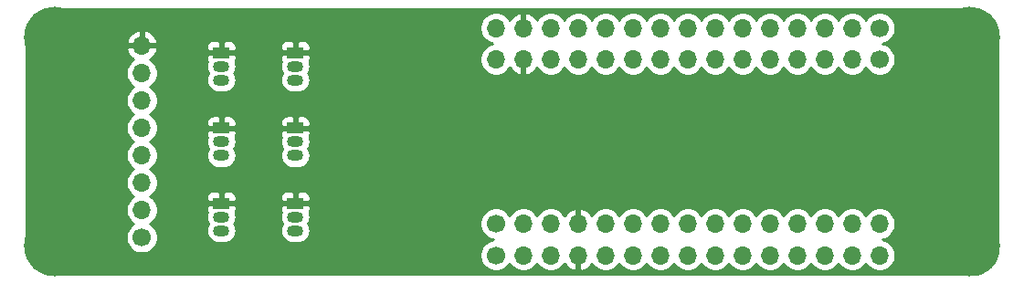
<source format=gbr>
G04 #@! TF.GenerationSoftware,KiCad,Pcbnew,5.1.5+dfsg1-2build2*
G04 #@! TF.CreationDate,2020-05-12T21:17:34+02:00*
G04 #@! TF.ProjectId,attach_hexa,61747461-6368-45f6-9865-78612e6b6963,rev?*
G04 #@! TF.SameCoordinates,Original*
G04 #@! TF.FileFunction,Copper,L2,Bot*
G04 #@! TF.FilePolarity,Positive*
%FSLAX46Y46*%
G04 Gerber Fmt 4.6, Leading zero omitted, Abs format (unit mm)*
G04 Created by KiCad (PCBNEW 5.1.5+dfsg1-2build2) date 2020-05-12 21:17:34*
%MOMM*%
%LPD*%
G04 APERTURE LIST*
%ADD10O,1.600000X1.600000*%
%ADD11C,1.600000*%
%ADD12O,1.700000X1.700000*%
%ADD13C,1.700000*%
%ADD14R,1.500000X1.050000*%
%ADD15O,1.500000X1.050000*%
%ADD16C,5.700000*%
%ADD17C,0.254000*%
G04 APERTURE END LIST*
D10*
X212138000Y-70475000D03*
X212138000Y-85715000D03*
X176578000Y-70475000D03*
X209598000Y-85715000D03*
X179118000Y-70475000D03*
X207058000Y-85715000D03*
X181658000Y-70475000D03*
X204518000Y-85715000D03*
X184198000Y-70475000D03*
X201978000Y-85715000D03*
X186738000Y-70475000D03*
X199438000Y-85715000D03*
X189278000Y-70475000D03*
X196898000Y-85715000D03*
X191818000Y-70475000D03*
X194358000Y-85715000D03*
X194358000Y-70475000D03*
X191818000Y-85715000D03*
X196898000Y-70475000D03*
X189278000Y-85715000D03*
X199438000Y-70475000D03*
X186738000Y-85715000D03*
X201978000Y-70475000D03*
X184198000Y-85715000D03*
X204518000Y-70475000D03*
X181658000Y-85715000D03*
X207058000Y-70475000D03*
X179118000Y-85715000D03*
X209598000Y-70475000D03*
D11*
X176578000Y-85715000D03*
D12*
X143772000Y-69200000D03*
X143772000Y-71740000D03*
X143772000Y-74280000D03*
X143772000Y-76820000D03*
X143772000Y-79360000D03*
X143772000Y-81900000D03*
X143772000Y-84440000D03*
D13*
X143772000Y-86980000D03*
D12*
X212138000Y-88646000D03*
X209598000Y-88646000D03*
X207058000Y-88646000D03*
X204518000Y-88646000D03*
X201978000Y-88646000D03*
X199438000Y-88646000D03*
X196898000Y-88646000D03*
X194358000Y-88646000D03*
X191818000Y-88646000D03*
X189278000Y-88646000D03*
X186738000Y-88646000D03*
X184198000Y-88646000D03*
X181658000Y-88646000D03*
X179118000Y-88646000D03*
D13*
X176578000Y-88646000D03*
X176578000Y-85715000D03*
D12*
X179118000Y-85715000D03*
X181658000Y-85715000D03*
X184198000Y-85715000D03*
X186738000Y-85715000D03*
X189278000Y-85715000D03*
X191818000Y-85715000D03*
X194358000Y-85715000D03*
X196898000Y-85715000D03*
X199438000Y-85715000D03*
X201978000Y-85715000D03*
X204518000Y-85715000D03*
X207058000Y-85715000D03*
X209598000Y-85715000D03*
X212138000Y-85715000D03*
X176578000Y-67564000D03*
X179118000Y-67564000D03*
X181658000Y-67564000D03*
X184198000Y-67564000D03*
X186738000Y-67564000D03*
X189278000Y-67564000D03*
X191818000Y-67564000D03*
X194358000Y-67564000D03*
X196898000Y-67564000D03*
X199438000Y-67564000D03*
X201978000Y-67564000D03*
X204518000Y-67564000D03*
X207058000Y-67564000D03*
X209598000Y-67564000D03*
D13*
X212138000Y-67564000D03*
X212138000Y-70475000D03*
D12*
X209598000Y-70475000D03*
X207058000Y-70475000D03*
X204518000Y-70475000D03*
X201978000Y-70475000D03*
X199438000Y-70475000D03*
X196898000Y-70475000D03*
X194358000Y-70475000D03*
X191818000Y-70475000D03*
X189278000Y-70475000D03*
X186738000Y-70475000D03*
X184198000Y-70475000D03*
X181658000Y-70475000D03*
X179118000Y-70475000D03*
X176578000Y-70475000D03*
D14*
X151130000Y-69850000D03*
D15*
X151130000Y-72390000D03*
X151130000Y-71120000D03*
D14*
X157988000Y-69850000D03*
D15*
X157988000Y-72390000D03*
X157988000Y-71120000D03*
D14*
X151130000Y-76835000D03*
D15*
X151130000Y-79375000D03*
X151130000Y-78105000D03*
D14*
X157988000Y-76835000D03*
D15*
X157988000Y-79375000D03*
X157988000Y-78105000D03*
D14*
X151130000Y-83820000D03*
D15*
X151130000Y-86360000D03*
X151130000Y-85090000D03*
D14*
X157988000Y-83820000D03*
D15*
X157988000Y-86360000D03*
X157988000Y-85090000D03*
D16*
X220476000Y-87742000D03*
X220476000Y-68468000D03*
X135734000Y-87742000D03*
X135734000Y-68468000D03*
D17*
G36*
X221189216Y-65878584D02*
G01*
X221634793Y-66013112D01*
X222045746Y-66231620D01*
X222406434Y-66525788D01*
X222703119Y-66884419D01*
X222924491Y-67293838D01*
X223062126Y-67738465D01*
X223114000Y-68232011D01*
X223114001Y-87959711D01*
X223065416Y-88455216D01*
X222930890Y-88900790D01*
X222712382Y-89311745D01*
X222418209Y-89672436D01*
X222059581Y-89969119D01*
X221650162Y-90190491D01*
X221205535Y-90328126D01*
X220711990Y-90380000D01*
X135516279Y-90380000D01*
X135020784Y-90331416D01*
X134575210Y-90196890D01*
X134164255Y-89978382D01*
X133803564Y-89684209D01*
X133506881Y-89325581D01*
X133285509Y-88916162D01*
X133147874Y-88471535D01*
X133096000Y-87977990D01*
X133096000Y-71593740D01*
X142287000Y-71593740D01*
X142287000Y-71886260D01*
X142344068Y-72173158D01*
X142456010Y-72443411D01*
X142618525Y-72686632D01*
X142825368Y-72893475D01*
X142999760Y-73010000D01*
X142825368Y-73126525D01*
X142618525Y-73333368D01*
X142456010Y-73576589D01*
X142344068Y-73846842D01*
X142287000Y-74133740D01*
X142287000Y-74426260D01*
X142344068Y-74713158D01*
X142456010Y-74983411D01*
X142618525Y-75226632D01*
X142825368Y-75433475D01*
X142999760Y-75550000D01*
X142825368Y-75666525D01*
X142618525Y-75873368D01*
X142456010Y-76116589D01*
X142344068Y-76386842D01*
X142287000Y-76673740D01*
X142287000Y-76966260D01*
X142344068Y-77253158D01*
X142456010Y-77523411D01*
X142618525Y-77766632D01*
X142825368Y-77973475D01*
X142999760Y-78090000D01*
X142825368Y-78206525D01*
X142618525Y-78413368D01*
X142456010Y-78656589D01*
X142344068Y-78926842D01*
X142287000Y-79213740D01*
X142287000Y-79506260D01*
X142344068Y-79793158D01*
X142456010Y-80063411D01*
X142618525Y-80306632D01*
X142825368Y-80513475D01*
X142999760Y-80630000D01*
X142825368Y-80746525D01*
X142618525Y-80953368D01*
X142456010Y-81196589D01*
X142344068Y-81466842D01*
X142287000Y-81753740D01*
X142287000Y-82046260D01*
X142344068Y-82333158D01*
X142456010Y-82603411D01*
X142618525Y-82846632D01*
X142825368Y-83053475D01*
X142999760Y-83170000D01*
X142825368Y-83286525D01*
X142618525Y-83493368D01*
X142456010Y-83736589D01*
X142344068Y-84006842D01*
X142287000Y-84293740D01*
X142287000Y-84586260D01*
X142344068Y-84873158D01*
X142456010Y-85143411D01*
X142618525Y-85386632D01*
X142825368Y-85593475D01*
X142999760Y-85710000D01*
X142825368Y-85826525D01*
X142618525Y-86033368D01*
X142456010Y-86276589D01*
X142344068Y-86546842D01*
X142287000Y-86833740D01*
X142287000Y-87126260D01*
X142344068Y-87413158D01*
X142456010Y-87683411D01*
X142618525Y-87926632D01*
X142825368Y-88133475D01*
X143068589Y-88295990D01*
X143338842Y-88407932D01*
X143625740Y-88465000D01*
X143918260Y-88465000D01*
X144205158Y-88407932D01*
X144475411Y-88295990D01*
X144718632Y-88133475D01*
X144925475Y-87926632D01*
X145087990Y-87683411D01*
X145199932Y-87413158D01*
X145257000Y-87126260D01*
X145257000Y-86833740D01*
X145199932Y-86546842D01*
X145087990Y-86276589D01*
X144925475Y-86033368D01*
X144718632Y-85826525D01*
X144544240Y-85710000D01*
X144718632Y-85593475D01*
X144925475Y-85386632D01*
X145087990Y-85143411D01*
X145110113Y-85090000D01*
X149739388Y-85090000D01*
X149761785Y-85317400D01*
X149828115Y-85536060D01*
X149929105Y-85725000D01*
X149828115Y-85913940D01*
X149761785Y-86132600D01*
X149739388Y-86360000D01*
X149761785Y-86587400D01*
X149828115Y-86806060D01*
X149935829Y-87007579D01*
X150080788Y-87184212D01*
X150257421Y-87329171D01*
X150458940Y-87436885D01*
X150677600Y-87503215D01*
X150848021Y-87520000D01*
X151411979Y-87520000D01*
X151582400Y-87503215D01*
X151801060Y-87436885D01*
X152002579Y-87329171D01*
X152179212Y-87184212D01*
X152324171Y-87007579D01*
X152431885Y-86806060D01*
X152498215Y-86587400D01*
X152520612Y-86360000D01*
X152498215Y-86132600D01*
X152431885Y-85913940D01*
X152330895Y-85725000D01*
X152431885Y-85536060D01*
X152498215Y-85317400D01*
X152520612Y-85090000D01*
X156597388Y-85090000D01*
X156619785Y-85317400D01*
X156686115Y-85536060D01*
X156787105Y-85725000D01*
X156686115Y-85913940D01*
X156619785Y-86132600D01*
X156597388Y-86360000D01*
X156619785Y-86587400D01*
X156686115Y-86806060D01*
X156793829Y-87007579D01*
X156938788Y-87184212D01*
X157115421Y-87329171D01*
X157316940Y-87436885D01*
X157535600Y-87503215D01*
X157706021Y-87520000D01*
X158269979Y-87520000D01*
X158440400Y-87503215D01*
X158659060Y-87436885D01*
X158860579Y-87329171D01*
X159037212Y-87184212D01*
X159182171Y-87007579D01*
X159289885Y-86806060D01*
X159356215Y-86587400D01*
X159378612Y-86360000D01*
X159356215Y-86132600D01*
X159289885Y-85913940D01*
X159188895Y-85725000D01*
X159272417Y-85568740D01*
X175093000Y-85568740D01*
X175093000Y-85861260D01*
X175150068Y-86148158D01*
X175262010Y-86418411D01*
X175424525Y-86661632D01*
X175631368Y-86868475D01*
X175874589Y-87030990D01*
X176144842Y-87142932D01*
X176333708Y-87180500D01*
X176144842Y-87218068D01*
X175874589Y-87330010D01*
X175631368Y-87492525D01*
X175424525Y-87699368D01*
X175262010Y-87942589D01*
X175150068Y-88212842D01*
X175093000Y-88499740D01*
X175093000Y-88792260D01*
X175150068Y-89079158D01*
X175262010Y-89349411D01*
X175424525Y-89592632D01*
X175631368Y-89799475D01*
X175874589Y-89961990D01*
X176144842Y-90073932D01*
X176431740Y-90131000D01*
X176724260Y-90131000D01*
X177011158Y-90073932D01*
X177281411Y-89961990D01*
X177524632Y-89799475D01*
X177731475Y-89592632D01*
X177848000Y-89418240D01*
X177964525Y-89592632D01*
X178171368Y-89799475D01*
X178414589Y-89961990D01*
X178684842Y-90073932D01*
X178971740Y-90131000D01*
X179264260Y-90131000D01*
X179551158Y-90073932D01*
X179821411Y-89961990D01*
X180064632Y-89799475D01*
X180271475Y-89592632D01*
X180388000Y-89418240D01*
X180504525Y-89592632D01*
X180711368Y-89799475D01*
X180954589Y-89961990D01*
X181224842Y-90073932D01*
X181511740Y-90131000D01*
X181804260Y-90131000D01*
X182091158Y-90073932D01*
X182361411Y-89961990D01*
X182604632Y-89799475D01*
X182811475Y-89592632D01*
X182933195Y-89410466D01*
X183002822Y-89527355D01*
X183197731Y-89743588D01*
X183431080Y-89917641D01*
X183693901Y-90042825D01*
X183841110Y-90087476D01*
X184071000Y-89966155D01*
X184071000Y-88773000D01*
X184051000Y-88773000D01*
X184051000Y-88519000D01*
X184071000Y-88519000D01*
X184071000Y-88499000D01*
X184325000Y-88499000D01*
X184325000Y-88519000D01*
X184345000Y-88519000D01*
X184345000Y-88773000D01*
X184325000Y-88773000D01*
X184325000Y-89966155D01*
X184554890Y-90087476D01*
X184702099Y-90042825D01*
X184964920Y-89917641D01*
X185198269Y-89743588D01*
X185393178Y-89527355D01*
X185462805Y-89410466D01*
X185584525Y-89592632D01*
X185791368Y-89799475D01*
X186034589Y-89961990D01*
X186304842Y-90073932D01*
X186591740Y-90131000D01*
X186884260Y-90131000D01*
X187171158Y-90073932D01*
X187441411Y-89961990D01*
X187684632Y-89799475D01*
X187891475Y-89592632D01*
X188008000Y-89418240D01*
X188124525Y-89592632D01*
X188331368Y-89799475D01*
X188574589Y-89961990D01*
X188844842Y-90073932D01*
X189131740Y-90131000D01*
X189424260Y-90131000D01*
X189711158Y-90073932D01*
X189981411Y-89961990D01*
X190224632Y-89799475D01*
X190431475Y-89592632D01*
X190548000Y-89418240D01*
X190664525Y-89592632D01*
X190871368Y-89799475D01*
X191114589Y-89961990D01*
X191384842Y-90073932D01*
X191671740Y-90131000D01*
X191964260Y-90131000D01*
X192251158Y-90073932D01*
X192521411Y-89961990D01*
X192764632Y-89799475D01*
X192971475Y-89592632D01*
X193088000Y-89418240D01*
X193204525Y-89592632D01*
X193411368Y-89799475D01*
X193654589Y-89961990D01*
X193924842Y-90073932D01*
X194211740Y-90131000D01*
X194504260Y-90131000D01*
X194791158Y-90073932D01*
X195061411Y-89961990D01*
X195304632Y-89799475D01*
X195511475Y-89592632D01*
X195628000Y-89418240D01*
X195744525Y-89592632D01*
X195951368Y-89799475D01*
X196194589Y-89961990D01*
X196464842Y-90073932D01*
X196751740Y-90131000D01*
X197044260Y-90131000D01*
X197331158Y-90073932D01*
X197601411Y-89961990D01*
X197844632Y-89799475D01*
X198051475Y-89592632D01*
X198168000Y-89418240D01*
X198284525Y-89592632D01*
X198491368Y-89799475D01*
X198734589Y-89961990D01*
X199004842Y-90073932D01*
X199291740Y-90131000D01*
X199584260Y-90131000D01*
X199871158Y-90073932D01*
X200141411Y-89961990D01*
X200384632Y-89799475D01*
X200591475Y-89592632D01*
X200708000Y-89418240D01*
X200824525Y-89592632D01*
X201031368Y-89799475D01*
X201274589Y-89961990D01*
X201544842Y-90073932D01*
X201831740Y-90131000D01*
X202124260Y-90131000D01*
X202411158Y-90073932D01*
X202681411Y-89961990D01*
X202924632Y-89799475D01*
X203131475Y-89592632D01*
X203248000Y-89418240D01*
X203364525Y-89592632D01*
X203571368Y-89799475D01*
X203814589Y-89961990D01*
X204084842Y-90073932D01*
X204371740Y-90131000D01*
X204664260Y-90131000D01*
X204951158Y-90073932D01*
X205221411Y-89961990D01*
X205464632Y-89799475D01*
X205671475Y-89592632D01*
X205788000Y-89418240D01*
X205904525Y-89592632D01*
X206111368Y-89799475D01*
X206354589Y-89961990D01*
X206624842Y-90073932D01*
X206911740Y-90131000D01*
X207204260Y-90131000D01*
X207491158Y-90073932D01*
X207761411Y-89961990D01*
X208004632Y-89799475D01*
X208211475Y-89592632D01*
X208328000Y-89418240D01*
X208444525Y-89592632D01*
X208651368Y-89799475D01*
X208894589Y-89961990D01*
X209164842Y-90073932D01*
X209451740Y-90131000D01*
X209744260Y-90131000D01*
X210031158Y-90073932D01*
X210301411Y-89961990D01*
X210544632Y-89799475D01*
X210751475Y-89592632D01*
X210868000Y-89418240D01*
X210984525Y-89592632D01*
X211191368Y-89799475D01*
X211434589Y-89961990D01*
X211704842Y-90073932D01*
X211991740Y-90131000D01*
X212284260Y-90131000D01*
X212571158Y-90073932D01*
X212841411Y-89961990D01*
X213084632Y-89799475D01*
X213291475Y-89592632D01*
X213453990Y-89349411D01*
X213565932Y-89079158D01*
X213623000Y-88792260D01*
X213623000Y-88499740D01*
X213565932Y-88212842D01*
X213453990Y-87942589D01*
X213291475Y-87699368D01*
X213084632Y-87492525D01*
X212841411Y-87330010D01*
X212571158Y-87218068D01*
X212382292Y-87180500D01*
X212571158Y-87142932D01*
X212841411Y-87030990D01*
X213084632Y-86868475D01*
X213291475Y-86661632D01*
X213453990Y-86418411D01*
X213565932Y-86148158D01*
X213623000Y-85861260D01*
X213623000Y-85568740D01*
X213565932Y-85281842D01*
X213453990Y-85011589D01*
X213291475Y-84768368D01*
X213084632Y-84561525D01*
X212841411Y-84399010D01*
X212571158Y-84287068D01*
X212284260Y-84230000D01*
X211991740Y-84230000D01*
X211704842Y-84287068D01*
X211434589Y-84399010D01*
X211191368Y-84561525D01*
X210984525Y-84768368D01*
X210868000Y-84942760D01*
X210751475Y-84768368D01*
X210544632Y-84561525D01*
X210301411Y-84399010D01*
X210031158Y-84287068D01*
X209744260Y-84230000D01*
X209451740Y-84230000D01*
X209164842Y-84287068D01*
X208894589Y-84399010D01*
X208651368Y-84561525D01*
X208444525Y-84768368D01*
X208328000Y-84942760D01*
X208211475Y-84768368D01*
X208004632Y-84561525D01*
X207761411Y-84399010D01*
X207491158Y-84287068D01*
X207204260Y-84230000D01*
X206911740Y-84230000D01*
X206624842Y-84287068D01*
X206354589Y-84399010D01*
X206111368Y-84561525D01*
X205904525Y-84768368D01*
X205788000Y-84942760D01*
X205671475Y-84768368D01*
X205464632Y-84561525D01*
X205221411Y-84399010D01*
X204951158Y-84287068D01*
X204664260Y-84230000D01*
X204371740Y-84230000D01*
X204084842Y-84287068D01*
X203814589Y-84399010D01*
X203571368Y-84561525D01*
X203364525Y-84768368D01*
X203248000Y-84942760D01*
X203131475Y-84768368D01*
X202924632Y-84561525D01*
X202681411Y-84399010D01*
X202411158Y-84287068D01*
X202124260Y-84230000D01*
X201831740Y-84230000D01*
X201544842Y-84287068D01*
X201274589Y-84399010D01*
X201031368Y-84561525D01*
X200824525Y-84768368D01*
X200708000Y-84942760D01*
X200591475Y-84768368D01*
X200384632Y-84561525D01*
X200141411Y-84399010D01*
X199871158Y-84287068D01*
X199584260Y-84230000D01*
X199291740Y-84230000D01*
X199004842Y-84287068D01*
X198734589Y-84399010D01*
X198491368Y-84561525D01*
X198284525Y-84768368D01*
X198168000Y-84942760D01*
X198051475Y-84768368D01*
X197844632Y-84561525D01*
X197601411Y-84399010D01*
X197331158Y-84287068D01*
X197044260Y-84230000D01*
X196751740Y-84230000D01*
X196464842Y-84287068D01*
X196194589Y-84399010D01*
X195951368Y-84561525D01*
X195744525Y-84768368D01*
X195628000Y-84942760D01*
X195511475Y-84768368D01*
X195304632Y-84561525D01*
X195061411Y-84399010D01*
X194791158Y-84287068D01*
X194504260Y-84230000D01*
X194211740Y-84230000D01*
X193924842Y-84287068D01*
X193654589Y-84399010D01*
X193411368Y-84561525D01*
X193204525Y-84768368D01*
X193088000Y-84942760D01*
X192971475Y-84768368D01*
X192764632Y-84561525D01*
X192521411Y-84399010D01*
X192251158Y-84287068D01*
X191964260Y-84230000D01*
X191671740Y-84230000D01*
X191384842Y-84287068D01*
X191114589Y-84399010D01*
X190871368Y-84561525D01*
X190664525Y-84768368D01*
X190548000Y-84942760D01*
X190431475Y-84768368D01*
X190224632Y-84561525D01*
X189981411Y-84399010D01*
X189711158Y-84287068D01*
X189424260Y-84230000D01*
X189131740Y-84230000D01*
X188844842Y-84287068D01*
X188574589Y-84399010D01*
X188331368Y-84561525D01*
X188124525Y-84768368D01*
X188008000Y-84942760D01*
X187891475Y-84768368D01*
X187684632Y-84561525D01*
X187441411Y-84399010D01*
X187171158Y-84287068D01*
X186884260Y-84230000D01*
X186591740Y-84230000D01*
X186304842Y-84287068D01*
X186034589Y-84399010D01*
X185791368Y-84561525D01*
X185584525Y-84768368D01*
X185462805Y-84950534D01*
X185393178Y-84833645D01*
X185198269Y-84617412D01*
X184964920Y-84443359D01*
X184702099Y-84318175D01*
X184554890Y-84273524D01*
X184325000Y-84394845D01*
X184325000Y-85588000D01*
X184345000Y-85588000D01*
X184345000Y-85842000D01*
X184325000Y-85842000D01*
X184325000Y-85862000D01*
X184071000Y-85862000D01*
X184071000Y-85842000D01*
X184051000Y-85842000D01*
X184051000Y-85588000D01*
X184071000Y-85588000D01*
X184071000Y-84394845D01*
X183841110Y-84273524D01*
X183693901Y-84318175D01*
X183431080Y-84443359D01*
X183197731Y-84617412D01*
X183002822Y-84833645D01*
X182933195Y-84950534D01*
X182811475Y-84768368D01*
X182604632Y-84561525D01*
X182361411Y-84399010D01*
X182091158Y-84287068D01*
X181804260Y-84230000D01*
X181511740Y-84230000D01*
X181224842Y-84287068D01*
X180954589Y-84399010D01*
X180711368Y-84561525D01*
X180504525Y-84768368D01*
X180388000Y-84942760D01*
X180271475Y-84768368D01*
X180064632Y-84561525D01*
X179821411Y-84399010D01*
X179551158Y-84287068D01*
X179264260Y-84230000D01*
X178971740Y-84230000D01*
X178684842Y-84287068D01*
X178414589Y-84399010D01*
X178171368Y-84561525D01*
X177964525Y-84768368D01*
X177848000Y-84942760D01*
X177731475Y-84768368D01*
X177524632Y-84561525D01*
X177281411Y-84399010D01*
X177011158Y-84287068D01*
X176724260Y-84230000D01*
X176431740Y-84230000D01*
X176144842Y-84287068D01*
X175874589Y-84399010D01*
X175631368Y-84561525D01*
X175424525Y-84768368D01*
X175262010Y-85011589D01*
X175150068Y-85281842D01*
X175093000Y-85568740D01*
X159272417Y-85568740D01*
X159289885Y-85536060D01*
X159356215Y-85317400D01*
X159378612Y-85090000D01*
X159356215Y-84862600D01*
X159292907Y-84653902D01*
X159327502Y-84589180D01*
X159363812Y-84469482D01*
X159376072Y-84345000D01*
X159373000Y-84105750D01*
X159214250Y-83947000D01*
X158441109Y-83947000D01*
X158440400Y-83946785D01*
X158269979Y-83930000D01*
X157706021Y-83930000D01*
X157535600Y-83946785D01*
X157534891Y-83947000D01*
X156761750Y-83947000D01*
X156603000Y-84105750D01*
X156599928Y-84345000D01*
X156612188Y-84469482D01*
X156648498Y-84589180D01*
X156683093Y-84653902D01*
X156619785Y-84862600D01*
X156597388Y-85090000D01*
X152520612Y-85090000D01*
X152498215Y-84862600D01*
X152434907Y-84653902D01*
X152469502Y-84589180D01*
X152505812Y-84469482D01*
X152518072Y-84345000D01*
X152515000Y-84105750D01*
X152356250Y-83947000D01*
X151583109Y-83947000D01*
X151582400Y-83946785D01*
X151411979Y-83930000D01*
X150848021Y-83930000D01*
X150677600Y-83946785D01*
X150676891Y-83947000D01*
X149903750Y-83947000D01*
X149745000Y-84105750D01*
X149741928Y-84345000D01*
X149754188Y-84469482D01*
X149790498Y-84589180D01*
X149825093Y-84653902D01*
X149761785Y-84862600D01*
X149739388Y-85090000D01*
X145110113Y-85090000D01*
X145199932Y-84873158D01*
X145257000Y-84586260D01*
X145257000Y-84293740D01*
X145199932Y-84006842D01*
X145087990Y-83736589D01*
X144925475Y-83493368D01*
X144727107Y-83295000D01*
X149741928Y-83295000D01*
X149745000Y-83534250D01*
X149903750Y-83693000D01*
X151003000Y-83693000D01*
X151003000Y-82818750D01*
X151257000Y-82818750D01*
X151257000Y-83693000D01*
X152356250Y-83693000D01*
X152515000Y-83534250D01*
X152518072Y-83295000D01*
X156599928Y-83295000D01*
X156603000Y-83534250D01*
X156761750Y-83693000D01*
X157861000Y-83693000D01*
X157861000Y-82818750D01*
X158115000Y-82818750D01*
X158115000Y-83693000D01*
X159214250Y-83693000D01*
X159373000Y-83534250D01*
X159376072Y-83295000D01*
X159363812Y-83170518D01*
X159327502Y-83050820D01*
X159268537Y-82940506D01*
X159189185Y-82843815D01*
X159092494Y-82764463D01*
X158982180Y-82705498D01*
X158862482Y-82669188D01*
X158738000Y-82656928D01*
X158273750Y-82660000D01*
X158115000Y-82818750D01*
X157861000Y-82818750D01*
X157702250Y-82660000D01*
X157238000Y-82656928D01*
X157113518Y-82669188D01*
X156993820Y-82705498D01*
X156883506Y-82764463D01*
X156786815Y-82843815D01*
X156707463Y-82940506D01*
X156648498Y-83050820D01*
X156612188Y-83170518D01*
X156599928Y-83295000D01*
X152518072Y-83295000D01*
X152505812Y-83170518D01*
X152469502Y-83050820D01*
X152410537Y-82940506D01*
X152331185Y-82843815D01*
X152234494Y-82764463D01*
X152124180Y-82705498D01*
X152004482Y-82669188D01*
X151880000Y-82656928D01*
X151415750Y-82660000D01*
X151257000Y-82818750D01*
X151003000Y-82818750D01*
X150844250Y-82660000D01*
X150380000Y-82656928D01*
X150255518Y-82669188D01*
X150135820Y-82705498D01*
X150025506Y-82764463D01*
X149928815Y-82843815D01*
X149849463Y-82940506D01*
X149790498Y-83050820D01*
X149754188Y-83170518D01*
X149741928Y-83295000D01*
X144727107Y-83295000D01*
X144718632Y-83286525D01*
X144544240Y-83170000D01*
X144718632Y-83053475D01*
X144925475Y-82846632D01*
X145087990Y-82603411D01*
X145199932Y-82333158D01*
X145257000Y-82046260D01*
X145257000Y-81753740D01*
X145199932Y-81466842D01*
X145087990Y-81196589D01*
X144925475Y-80953368D01*
X144718632Y-80746525D01*
X144544240Y-80630000D01*
X144718632Y-80513475D01*
X144925475Y-80306632D01*
X145087990Y-80063411D01*
X145199932Y-79793158D01*
X145257000Y-79506260D01*
X145257000Y-79213740D01*
X145199932Y-78926842D01*
X145087990Y-78656589D01*
X144925475Y-78413368D01*
X144718632Y-78206525D01*
X144566690Y-78105000D01*
X149739388Y-78105000D01*
X149761785Y-78332400D01*
X149828115Y-78551060D01*
X149929105Y-78740000D01*
X149828115Y-78928940D01*
X149761785Y-79147600D01*
X149739388Y-79375000D01*
X149761785Y-79602400D01*
X149828115Y-79821060D01*
X149935829Y-80022579D01*
X150080788Y-80199212D01*
X150257421Y-80344171D01*
X150458940Y-80451885D01*
X150677600Y-80518215D01*
X150848021Y-80535000D01*
X151411979Y-80535000D01*
X151582400Y-80518215D01*
X151801060Y-80451885D01*
X152002579Y-80344171D01*
X152179212Y-80199212D01*
X152324171Y-80022579D01*
X152431885Y-79821060D01*
X152498215Y-79602400D01*
X152520612Y-79375000D01*
X152498215Y-79147600D01*
X152431885Y-78928940D01*
X152330895Y-78740000D01*
X152431885Y-78551060D01*
X152498215Y-78332400D01*
X152520612Y-78105000D01*
X156597388Y-78105000D01*
X156619785Y-78332400D01*
X156686115Y-78551060D01*
X156787105Y-78740000D01*
X156686115Y-78928940D01*
X156619785Y-79147600D01*
X156597388Y-79375000D01*
X156619785Y-79602400D01*
X156686115Y-79821060D01*
X156793829Y-80022579D01*
X156938788Y-80199212D01*
X157115421Y-80344171D01*
X157316940Y-80451885D01*
X157535600Y-80518215D01*
X157706021Y-80535000D01*
X158269979Y-80535000D01*
X158440400Y-80518215D01*
X158659060Y-80451885D01*
X158860579Y-80344171D01*
X159037212Y-80199212D01*
X159182171Y-80022579D01*
X159289885Y-79821060D01*
X159356215Y-79602400D01*
X159378612Y-79375000D01*
X159356215Y-79147600D01*
X159289885Y-78928940D01*
X159188895Y-78740000D01*
X159289885Y-78551060D01*
X159356215Y-78332400D01*
X159378612Y-78105000D01*
X159356215Y-77877600D01*
X159292907Y-77668902D01*
X159327502Y-77604180D01*
X159363812Y-77484482D01*
X159376072Y-77360000D01*
X159373000Y-77120750D01*
X159214250Y-76962000D01*
X158441109Y-76962000D01*
X158440400Y-76961785D01*
X158269979Y-76945000D01*
X157706021Y-76945000D01*
X157535600Y-76961785D01*
X157534891Y-76962000D01*
X156761750Y-76962000D01*
X156603000Y-77120750D01*
X156599928Y-77360000D01*
X156612188Y-77484482D01*
X156648498Y-77604180D01*
X156683093Y-77668902D01*
X156619785Y-77877600D01*
X156597388Y-78105000D01*
X152520612Y-78105000D01*
X152498215Y-77877600D01*
X152434907Y-77668902D01*
X152469502Y-77604180D01*
X152505812Y-77484482D01*
X152518072Y-77360000D01*
X152515000Y-77120750D01*
X152356250Y-76962000D01*
X151583109Y-76962000D01*
X151582400Y-76961785D01*
X151411979Y-76945000D01*
X150848021Y-76945000D01*
X150677600Y-76961785D01*
X150676891Y-76962000D01*
X149903750Y-76962000D01*
X149745000Y-77120750D01*
X149741928Y-77360000D01*
X149754188Y-77484482D01*
X149790498Y-77604180D01*
X149825093Y-77668902D01*
X149761785Y-77877600D01*
X149739388Y-78105000D01*
X144566690Y-78105000D01*
X144544240Y-78090000D01*
X144718632Y-77973475D01*
X144925475Y-77766632D01*
X145087990Y-77523411D01*
X145199932Y-77253158D01*
X145257000Y-76966260D01*
X145257000Y-76673740D01*
X145199932Y-76386842D01*
X145168104Y-76310000D01*
X149741928Y-76310000D01*
X149745000Y-76549250D01*
X149903750Y-76708000D01*
X151003000Y-76708000D01*
X151003000Y-75833750D01*
X151257000Y-75833750D01*
X151257000Y-76708000D01*
X152356250Y-76708000D01*
X152515000Y-76549250D01*
X152518072Y-76310000D01*
X156599928Y-76310000D01*
X156603000Y-76549250D01*
X156761750Y-76708000D01*
X157861000Y-76708000D01*
X157861000Y-75833750D01*
X158115000Y-75833750D01*
X158115000Y-76708000D01*
X159214250Y-76708000D01*
X159373000Y-76549250D01*
X159376072Y-76310000D01*
X159363812Y-76185518D01*
X159327502Y-76065820D01*
X159268537Y-75955506D01*
X159189185Y-75858815D01*
X159092494Y-75779463D01*
X158982180Y-75720498D01*
X158862482Y-75684188D01*
X158738000Y-75671928D01*
X158273750Y-75675000D01*
X158115000Y-75833750D01*
X157861000Y-75833750D01*
X157702250Y-75675000D01*
X157238000Y-75671928D01*
X157113518Y-75684188D01*
X156993820Y-75720498D01*
X156883506Y-75779463D01*
X156786815Y-75858815D01*
X156707463Y-75955506D01*
X156648498Y-76065820D01*
X156612188Y-76185518D01*
X156599928Y-76310000D01*
X152518072Y-76310000D01*
X152505812Y-76185518D01*
X152469502Y-76065820D01*
X152410537Y-75955506D01*
X152331185Y-75858815D01*
X152234494Y-75779463D01*
X152124180Y-75720498D01*
X152004482Y-75684188D01*
X151880000Y-75671928D01*
X151415750Y-75675000D01*
X151257000Y-75833750D01*
X151003000Y-75833750D01*
X150844250Y-75675000D01*
X150380000Y-75671928D01*
X150255518Y-75684188D01*
X150135820Y-75720498D01*
X150025506Y-75779463D01*
X149928815Y-75858815D01*
X149849463Y-75955506D01*
X149790498Y-76065820D01*
X149754188Y-76185518D01*
X149741928Y-76310000D01*
X145168104Y-76310000D01*
X145087990Y-76116589D01*
X144925475Y-75873368D01*
X144718632Y-75666525D01*
X144544240Y-75550000D01*
X144718632Y-75433475D01*
X144925475Y-75226632D01*
X145087990Y-74983411D01*
X145199932Y-74713158D01*
X145257000Y-74426260D01*
X145257000Y-74133740D01*
X145199932Y-73846842D01*
X145087990Y-73576589D01*
X144925475Y-73333368D01*
X144718632Y-73126525D01*
X144544240Y-73010000D01*
X144718632Y-72893475D01*
X144925475Y-72686632D01*
X145087990Y-72443411D01*
X145199932Y-72173158D01*
X145257000Y-71886260D01*
X145257000Y-71593740D01*
X145199932Y-71306842D01*
X145122540Y-71120000D01*
X149739388Y-71120000D01*
X149761785Y-71347400D01*
X149828115Y-71566060D01*
X149929105Y-71755000D01*
X149828115Y-71943940D01*
X149761785Y-72162600D01*
X149739388Y-72390000D01*
X149761785Y-72617400D01*
X149828115Y-72836060D01*
X149935829Y-73037579D01*
X150080788Y-73214212D01*
X150257421Y-73359171D01*
X150458940Y-73466885D01*
X150677600Y-73533215D01*
X150848021Y-73550000D01*
X151411979Y-73550000D01*
X151582400Y-73533215D01*
X151801060Y-73466885D01*
X152002579Y-73359171D01*
X152179212Y-73214212D01*
X152324171Y-73037579D01*
X152431885Y-72836060D01*
X152498215Y-72617400D01*
X152520612Y-72390000D01*
X152498215Y-72162600D01*
X152431885Y-71943940D01*
X152330895Y-71755000D01*
X152431885Y-71566060D01*
X152498215Y-71347400D01*
X152520612Y-71120000D01*
X156597388Y-71120000D01*
X156619785Y-71347400D01*
X156686115Y-71566060D01*
X156787105Y-71755000D01*
X156686115Y-71943940D01*
X156619785Y-72162600D01*
X156597388Y-72390000D01*
X156619785Y-72617400D01*
X156686115Y-72836060D01*
X156793829Y-73037579D01*
X156938788Y-73214212D01*
X157115421Y-73359171D01*
X157316940Y-73466885D01*
X157535600Y-73533215D01*
X157706021Y-73550000D01*
X158269979Y-73550000D01*
X158440400Y-73533215D01*
X158659060Y-73466885D01*
X158860579Y-73359171D01*
X159037212Y-73214212D01*
X159182171Y-73037579D01*
X159289885Y-72836060D01*
X159356215Y-72617400D01*
X159378612Y-72390000D01*
X159356215Y-72162600D01*
X159289885Y-71943940D01*
X159188895Y-71755000D01*
X159289885Y-71566060D01*
X159356215Y-71347400D01*
X159378612Y-71120000D01*
X159356215Y-70892600D01*
X159292907Y-70683902D01*
X159327502Y-70619180D01*
X159363812Y-70499482D01*
X159376072Y-70375000D01*
X159373000Y-70135750D01*
X159214250Y-69977000D01*
X158441109Y-69977000D01*
X158440400Y-69976785D01*
X158269979Y-69960000D01*
X157706021Y-69960000D01*
X157535600Y-69976785D01*
X157534891Y-69977000D01*
X156761750Y-69977000D01*
X156603000Y-70135750D01*
X156599928Y-70375000D01*
X156612188Y-70499482D01*
X156648498Y-70619180D01*
X156683093Y-70683902D01*
X156619785Y-70892600D01*
X156597388Y-71120000D01*
X152520612Y-71120000D01*
X152498215Y-70892600D01*
X152434907Y-70683902D01*
X152469502Y-70619180D01*
X152505812Y-70499482D01*
X152518072Y-70375000D01*
X152515000Y-70135750D01*
X152356250Y-69977000D01*
X151583109Y-69977000D01*
X151582400Y-69976785D01*
X151411979Y-69960000D01*
X150848021Y-69960000D01*
X150677600Y-69976785D01*
X150676891Y-69977000D01*
X149903750Y-69977000D01*
X149745000Y-70135750D01*
X149741928Y-70375000D01*
X149754188Y-70499482D01*
X149790498Y-70619180D01*
X149825093Y-70683902D01*
X149761785Y-70892600D01*
X149739388Y-71120000D01*
X145122540Y-71120000D01*
X145087990Y-71036589D01*
X144925475Y-70793368D01*
X144718632Y-70586525D01*
X144536466Y-70464805D01*
X144653355Y-70395178D01*
X144869588Y-70200269D01*
X145043641Y-69966920D01*
X145168825Y-69704099D01*
X145213476Y-69556890D01*
X145092155Y-69327000D01*
X143899000Y-69327000D01*
X143899000Y-69347000D01*
X143645000Y-69347000D01*
X143645000Y-69327000D01*
X142451845Y-69327000D01*
X142330524Y-69556890D01*
X142375175Y-69704099D01*
X142500359Y-69966920D01*
X142674412Y-70200269D01*
X142890645Y-70395178D01*
X143007534Y-70464805D01*
X142825368Y-70586525D01*
X142618525Y-70793368D01*
X142456010Y-71036589D01*
X142344068Y-71306842D01*
X142287000Y-71593740D01*
X133096000Y-71593740D01*
X133096000Y-69325000D01*
X149741928Y-69325000D01*
X149745000Y-69564250D01*
X149903750Y-69723000D01*
X151003000Y-69723000D01*
X151003000Y-68848750D01*
X151257000Y-68848750D01*
X151257000Y-69723000D01*
X152356250Y-69723000D01*
X152515000Y-69564250D01*
X152518072Y-69325000D01*
X156599928Y-69325000D01*
X156603000Y-69564250D01*
X156761750Y-69723000D01*
X157861000Y-69723000D01*
X157861000Y-68848750D01*
X158115000Y-68848750D01*
X158115000Y-69723000D01*
X159214250Y-69723000D01*
X159373000Y-69564250D01*
X159376072Y-69325000D01*
X159363812Y-69200518D01*
X159327502Y-69080820D01*
X159268537Y-68970506D01*
X159189185Y-68873815D01*
X159092494Y-68794463D01*
X158982180Y-68735498D01*
X158862482Y-68699188D01*
X158738000Y-68686928D01*
X158273750Y-68690000D01*
X158115000Y-68848750D01*
X157861000Y-68848750D01*
X157702250Y-68690000D01*
X157238000Y-68686928D01*
X157113518Y-68699188D01*
X156993820Y-68735498D01*
X156883506Y-68794463D01*
X156786815Y-68873815D01*
X156707463Y-68970506D01*
X156648498Y-69080820D01*
X156612188Y-69200518D01*
X156599928Y-69325000D01*
X152518072Y-69325000D01*
X152505812Y-69200518D01*
X152469502Y-69080820D01*
X152410537Y-68970506D01*
X152331185Y-68873815D01*
X152234494Y-68794463D01*
X152124180Y-68735498D01*
X152004482Y-68699188D01*
X151880000Y-68686928D01*
X151415750Y-68690000D01*
X151257000Y-68848750D01*
X151003000Y-68848750D01*
X150844250Y-68690000D01*
X150380000Y-68686928D01*
X150255518Y-68699188D01*
X150135820Y-68735498D01*
X150025506Y-68794463D01*
X149928815Y-68873815D01*
X149849463Y-68970506D01*
X149790498Y-69080820D01*
X149754188Y-69200518D01*
X149741928Y-69325000D01*
X133096000Y-69325000D01*
X133096000Y-68843110D01*
X142330524Y-68843110D01*
X142451845Y-69073000D01*
X143645000Y-69073000D01*
X143645000Y-67879186D01*
X143899000Y-67879186D01*
X143899000Y-69073000D01*
X145092155Y-69073000D01*
X145213476Y-68843110D01*
X145168825Y-68695901D01*
X145043641Y-68433080D01*
X144869588Y-68199731D01*
X144653355Y-68004822D01*
X144403252Y-67855843D01*
X144128891Y-67758519D01*
X143899000Y-67879186D01*
X143645000Y-67879186D01*
X143415109Y-67758519D01*
X143140748Y-67855843D01*
X142890645Y-68004822D01*
X142674412Y-68199731D01*
X142500359Y-68433080D01*
X142375175Y-68695901D01*
X142330524Y-68843110D01*
X133096000Y-68843110D01*
X133096000Y-68250279D01*
X133144584Y-67754784D01*
X133246343Y-67417740D01*
X175093000Y-67417740D01*
X175093000Y-67710260D01*
X175150068Y-67997158D01*
X175262010Y-68267411D01*
X175424525Y-68510632D01*
X175631368Y-68717475D01*
X175874589Y-68879990D01*
X176144842Y-68991932D01*
X176283435Y-69019500D01*
X176144842Y-69047068D01*
X175874589Y-69159010D01*
X175631368Y-69321525D01*
X175424525Y-69528368D01*
X175262010Y-69771589D01*
X175150068Y-70041842D01*
X175093000Y-70328740D01*
X175093000Y-70621260D01*
X175150068Y-70908158D01*
X175262010Y-71178411D01*
X175424525Y-71421632D01*
X175631368Y-71628475D01*
X175874589Y-71790990D01*
X176144842Y-71902932D01*
X176431740Y-71960000D01*
X176724260Y-71960000D01*
X177011158Y-71902932D01*
X177281411Y-71790990D01*
X177524632Y-71628475D01*
X177731475Y-71421632D01*
X177853195Y-71239466D01*
X177922822Y-71356355D01*
X178117731Y-71572588D01*
X178351080Y-71746641D01*
X178613901Y-71871825D01*
X178761110Y-71916476D01*
X178991000Y-71795155D01*
X178991000Y-70602000D01*
X178971000Y-70602000D01*
X178971000Y-70348000D01*
X178991000Y-70348000D01*
X178991000Y-70328000D01*
X179245000Y-70328000D01*
X179245000Y-70348000D01*
X179265000Y-70348000D01*
X179265000Y-70602000D01*
X179245000Y-70602000D01*
X179245000Y-71795155D01*
X179474890Y-71916476D01*
X179622099Y-71871825D01*
X179884920Y-71746641D01*
X180118269Y-71572588D01*
X180313178Y-71356355D01*
X180382805Y-71239466D01*
X180504525Y-71421632D01*
X180711368Y-71628475D01*
X180954589Y-71790990D01*
X181224842Y-71902932D01*
X181511740Y-71960000D01*
X181804260Y-71960000D01*
X182091158Y-71902932D01*
X182361411Y-71790990D01*
X182604632Y-71628475D01*
X182811475Y-71421632D01*
X182928000Y-71247240D01*
X183044525Y-71421632D01*
X183251368Y-71628475D01*
X183494589Y-71790990D01*
X183764842Y-71902932D01*
X184051740Y-71960000D01*
X184344260Y-71960000D01*
X184631158Y-71902932D01*
X184901411Y-71790990D01*
X185144632Y-71628475D01*
X185351475Y-71421632D01*
X185468000Y-71247240D01*
X185584525Y-71421632D01*
X185791368Y-71628475D01*
X186034589Y-71790990D01*
X186304842Y-71902932D01*
X186591740Y-71960000D01*
X186884260Y-71960000D01*
X187171158Y-71902932D01*
X187441411Y-71790990D01*
X187684632Y-71628475D01*
X187891475Y-71421632D01*
X188008000Y-71247240D01*
X188124525Y-71421632D01*
X188331368Y-71628475D01*
X188574589Y-71790990D01*
X188844842Y-71902932D01*
X189131740Y-71960000D01*
X189424260Y-71960000D01*
X189711158Y-71902932D01*
X189981411Y-71790990D01*
X190224632Y-71628475D01*
X190431475Y-71421632D01*
X190548000Y-71247240D01*
X190664525Y-71421632D01*
X190871368Y-71628475D01*
X191114589Y-71790990D01*
X191384842Y-71902932D01*
X191671740Y-71960000D01*
X191964260Y-71960000D01*
X192251158Y-71902932D01*
X192521411Y-71790990D01*
X192764632Y-71628475D01*
X192971475Y-71421632D01*
X193088000Y-71247240D01*
X193204525Y-71421632D01*
X193411368Y-71628475D01*
X193654589Y-71790990D01*
X193924842Y-71902932D01*
X194211740Y-71960000D01*
X194504260Y-71960000D01*
X194791158Y-71902932D01*
X195061411Y-71790990D01*
X195304632Y-71628475D01*
X195511475Y-71421632D01*
X195628000Y-71247240D01*
X195744525Y-71421632D01*
X195951368Y-71628475D01*
X196194589Y-71790990D01*
X196464842Y-71902932D01*
X196751740Y-71960000D01*
X197044260Y-71960000D01*
X197331158Y-71902932D01*
X197601411Y-71790990D01*
X197844632Y-71628475D01*
X198051475Y-71421632D01*
X198168000Y-71247240D01*
X198284525Y-71421632D01*
X198491368Y-71628475D01*
X198734589Y-71790990D01*
X199004842Y-71902932D01*
X199291740Y-71960000D01*
X199584260Y-71960000D01*
X199871158Y-71902932D01*
X200141411Y-71790990D01*
X200384632Y-71628475D01*
X200591475Y-71421632D01*
X200708000Y-71247240D01*
X200824525Y-71421632D01*
X201031368Y-71628475D01*
X201274589Y-71790990D01*
X201544842Y-71902932D01*
X201831740Y-71960000D01*
X202124260Y-71960000D01*
X202411158Y-71902932D01*
X202681411Y-71790990D01*
X202924632Y-71628475D01*
X203131475Y-71421632D01*
X203248000Y-71247240D01*
X203364525Y-71421632D01*
X203571368Y-71628475D01*
X203814589Y-71790990D01*
X204084842Y-71902932D01*
X204371740Y-71960000D01*
X204664260Y-71960000D01*
X204951158Y-71902932D01*
X205221411Y-71790990D01*
X205464632Y-71628475D01*
X205671475Y-71421632D01*
X205788000Y-71247240D01*
X205904525Y-71421632D01*
X206111368Y-71628475D01*
X206354589Y-71790990D01*
X206624842Y-71902932D01*
X206911740Y-71960000D01*
X207204260Y-71960000D01*
X207491158Y-71902932D01*
X207761411Y-71790990D01*
X208004632Y-71628475D01*
X208211475Y-71421632D01*
X208328000Y-71247240D01*
X208444525Y-71421632D01*
X208651368Y-71628475D01*
X208894589Y-71790990D01*
X209164842Y-71902932D01*
X209451740Y-71960000D01*
X209744260Y-71960000D01*
X210031158Y-71902932D01*
X210301411Y-71790990D01*
X210544632Y-71628475D01*
X210751475Y-71421632D01*
X210868000Y-71247240D01*
X210984525Y-71421632D01*
X211191368Y-71628475D01*
X211434589Y-71790990D01*
X211704842Y-71902932D01*
X211991740Y-71960000D01*
X212284260Y-71960000D01*
X212571158Y-71902932D01*
X212841411Y-71790990D01*
X213084632Y-71628475D01*
X213291475Y-71421632D01*
X213453990Y-71178411D01*
X213565932Y-70908158D01*
X213623000Y-70621260D01*
X213623000Y-70328740D01*
X213565932Y-70041842D01*
X213453990Y-69771589D01*
X213291475Y-69528368D01*
X213084632Y-69321525D01*
X212841411Y-69159010D01*
X212571158Y-69047068D01*
X212432565Y-69019500D01*
X212571158Y-68991932D01*
X212841411Y-68879990D01*
X213084632Y-68717475D01*
X213291475Y-68510632D01*
X213453990Y-68267411D01*
X213565932Y-67997158D01*
X213623000Y-67710260D01*
X213623000Y-67417740D01*
X213565932Y-67130842D01*
X213453990Y-66860589D01*
X213291475Y-66617368D01*
X213084632Y-66410525D01*
X212841411Y-66248010D01*
X212571158Y-66136068D01*
X212284260Y-66079000D01*
X211991740Y-66079000D01*
X211704842Y-66136068D01*
X211434589Y-66248010D01*
X211191368Y-66410525D01*
X210984525Y-66617368D01*
X210868000Y-66791760D01*
X210751475Y-66617368D01*
X210544632Y-66410525D01*
X210301411Y-66248010D01*
X210031158Y-66136068D01*
X209744260Y-66079000D01*
X209451740Y-66079000D01*
X209164842Y-66136068D01*
X208894589Y-66248010D01*
X208651368Y-66410525D01*
X208444525Y-66617368D01*
X208328000Y-66791760D01*
X208211475Y-66617368D01*
X208004632Y-66410525D01*
X207761411Y-66248010D01*
X207491158Y-66136068D01*
X207204260Y-66079000D01*
X206911740Y-66079000D01*
X206624842Y-66136068D01*
X206354589Y-66248010D01*
X206111368Y-66410525D01*
X205904525Y-66617368D01*
X205788000Y-66791760D01*
X205671475Y-66617368D01*
X205464632Y-66410525D01*
X205221411Y-66248010D01*
X204951158Y-66136068D01*
X204664260Y-66079000D01*
X204371740Y-66079000D01*
X204084842Y-66136068D01*
X203814589Y-66248010D01*
X203571368Y-66410525D01*
X203364525Y-66617368D01*
X203248000Y-66791760D01*
X203131475Y-66617368D01*
X202924632Y-66410525D01*
X202681411Y-66248010D01*
X202411158Y-66136068D01*
X202124260Y-66079000D01*
X201831740Y-66079000D01*
X201544842Y-66136068D01*
X201274589Y-66248010D01*
X201031368Y-66410525D01*
X200824525Y-66617368D01*
X200708000Y-66791760D01*
X200591475Y-66617368D01*
X200384632Y-66410525D01*
X200141411Y-66248010D01*
X199871158Y-66136068D01*
X199584260Y-66079000D01*
X199291740Y-66079000D01*
X199004842Y-66136068D01*
X198734589Y-66248010D01*
X198491368Y-66410525D01*
X198284525Y-66617368D01*
X198168000Y-66791760D01*
X198051475Y-66617368D01*
X197844632Y-66410525D01*
X197601411Y-66248010D01*
X197331158Y-66136068D01*
X197044260Y-66079000D01*
X196751740Y-66079000D01*
X196464842Y-66136068D01*
X196194589Y-66248010D01*
X195951368Y-66410525D01*
X195744525Y-66617368D01*
X195628000Y-66791760D01*
X195511475Y-66617368D01*
X195304632Y-66410525D01*
X195061411Y-66248010D01*
X194791158Y-66136068D01*
X194504260Y-66079000D01*
X194211740Y-66079000D01*
X193924842Y-66136068D01*
X193654589Y-66248010D01*
X193411368Y-66410525D01*
X193204525Y-66617368D01*
X193088000Y-66791760D01*
X192971475Y-66617368D01*
X192764632Y-66410525D01*
X192521411Y-66248010D01*
X192251158Y-66136068D01*
X191964260Y-66079000D01*
X191671740Y-66079000D01*
X191384842Y-66136068D01*
X191114589Y-66248010D01*
X190871368Y-66410525D01*
X190664525Y-66617368D01*
X190548000Y-66791760D01*
X190431475Y-66617368D01*
X190224632Y-66410525D01*
X189981411Y-66248010D01*
X189711158Y-66136068D01*
X189424260Y-66079000D01*
X189131740Y-66079000D01*
X188844842Y-66136068D01*
X188574589Y-66248010D01*
X188331368Y-66410525D01*
X188124525Y-66617368D01*
X188008000Y-66791760D01*
X187891475Y-66617368D01*
X187684632Y-66410525D01*
X187441411Y-66248010D01*
X187171158Y-66136068D01*
X186884260Y-66079000D01*
X186591740Y-66079000D01*
X186304842Y-66136068D01*
X186034589Y-66248010D01*
X185791368Y-66410525D01*
X185584525Y-66617368D01*
X185468000Y-66791760D01*
X185351475Y-66617368D01*
X185144632Y-66410525D01*
X184901411Y-66248010D01*
X184631158Y-66136068D01*
X184344260Y-66079000D01*
X184051740Y-66079000D01*
X183764842Y-66136068D01*
X183494589Y-66248010D01*
X183251368Y-66410525D01*
X183044525Y-66617368D01*
X182928000Y-66791760D01*
X182811475Y-66617368D01*
X182604632Y-66410525D01*
X182361411Y-66248010D01*
X182091158Y-66136068D01*
X181804260Y-66079000D01*
X181511740Y-66079000D01*
X181224842Y-66136068D01*
X180954589Y-66248010D01*
X180711368Y-66410525D01*
X180504525Y-66617368D01*
X180382805Y-66799534D01*
X180313178Y-66682645D01*
X180118269Y-66466412D01*
X179884920Y-66292359D01*
X179622099Y-66167175D01*
X179474890Y-66122524D01*
X179245000Y-66243845D01*
X179245000Y-67437000D01*
X179265000Y-67437000D01*
X179265000Y-67691000D01*
X179245000Y-67691000D01*
X179245000Y-67711000D01*
X178991000Y-67711000D01*
X178991000Y-67691000D01*
X178971000Y-67691000D01*
X178971000Y-67437000D01*
X178991000Y-67437000D01*
X178991000Y-66243845D01*
X178761110Y-66122524D01*
X178613901Y-66167175D01*
X178351080Y-66292359D01*
X178117731Y-66466412D01*
X177922822Y-66682645D01*
X177853195Y-66799534D01*
X177731475Y-66617368D01*
X177524632Y-66410525D01*
X177281411Y-66248010D01*
X177011158Y-66136068D01*
X176724260Y-66079000D01*
X176431740Y-66079000D01*
X176144842Y-66136068D01*
X175874589Y-66248010D01*
X175631368Y-66410525D01*
X175424525Y-66617368D01*
X175262010Y-66860589D01*
X175150068Y-67130842D01*
X175093000Y-67417740D01*
X133246343Y-67417740D01*
X133279112Y-67309207D01*
X133497620Y-66898254D01*
X133791788Y-66537566D01*
X134150419Y-66240881D01*
X134559838Y-66019509D01*
X135004465Y-65881874D01*
X135498011Y-65830000D01*
X220693721Y-65830000D01*
X221189216Y-65878584D01*
G37*
X221189216Y-65878584D02*
X221634793Y-66013112D01*
X222045746Y-66231620D01*
X222406434Y-66525788D01*
X222703119Y-66884419D01*
X222924491Y-67293838D01*
X223062126Y-67738465D01*
X223114000Y-68232011D01*
X223114001Y-87959711D01*
X223065416Y-88455216D01*
X222930890Y-88900790D01*
X222712382Y-89311745D01*
X222418209Y-89672436D01*
X222059581Y-89969119D01*
X221650162Y-90190491D01*
X221205535Y-90328126D01*
X220711990Y-90380000D01*
X135516279Y-90380000D01*
X135020784Y-90331416D01*
X134575210Y-90196890D01*
X134164255Y-89978382D01*
X133803564Y-89684209D01*
X133506881Y-89325581D01*
X133285509Y-88916162D01*
X133147874Y-88471535D01*
X133096000Y-87977990D01*
X133096000Y-71593740D01*
X142287000Y-71593740D01*
X142287000Y-71886260D01*
X142344068Y-72173158D01*
X142456010Y-72443411D01*
X142618525Y-72686632D01*
X142825368Y-72893475D01*
X142999760Y-73010000D01*
X142825368Y-73126525D01*
X142618525Y-73333368D01*
X142456010Y-73576589D01*
X142344068Y-73846842D01*
X142287000Y-74133740D01*
X142287000Y-74426260D01*
X142344068Y-74713158D01*
X142456010Y-74983411D01*
X142618525Y-75226632D01*
X142825368Y-75433475D01*
X142999760Y-75550000D01*
X142825368Y-75666525D01*
X142618525Y-75873368D01*
X142456010Y-76116589D01*
X142344068Y-76386842D01*
X142287000Y-76673740D01*
X142287000Y-76966260D01*
X142344068Y-77253158D01*
X142456010Y-77523411D01*
X142618525Y-77766632D01*
X142825368Y-77973475D01*
X142999760Y-78090000D01*
X142825368Y-78206525D01*
X142618525Y-78413368D01*
X142456010Y-78656589D01*
X142344068Y-78926842D01*
X142287000Y-79213740D01*
X142287000Y-79506260D01*
X142344068Y-79793158D01*
X142456010Y-80063411D01*
X142618525Y-80306632D01*
X142825368Y-80513475D01*
X142999760Y-80630000D01*
X142825368Y-80746525D01*
X142618525Y-80953368D01*
X142456010Y-81196589D01*
X142344068Y-81466842D01*
X142287000Y-81753740D01*
X142287000Y-82046260D01*
X142344068Y-82333158D01*
X142456010Y-82603411D01*
X142618525Y-82846632D01*
X142825368Y-83053475D01*
X142999760Y-83170000D01*
X142825368Y-83286525D01*
X142618525Y-83493368D01*
X142456010Y-83736589D01*
X142344068Y-84006842D01*
X142287000Y-84293740D01*
X142287000Y-84586260D01*
X142344068Y-84873158D01*
X142456010Y-85143411D01*
X142618525Y-85386632D01*
X142825368Y-85593475D01*
X142999760Y-85710000D01*
X142825368Y-85826525D01*
X142618525Y-86033368D01*
X142456010Y-86276589D01*
X142344068Y-86546842D01*
X142287000Y-86833740D01*
X142287000Y-87126260D01*
X142344068Y-87413158D01*
X142456010Y-87683411D01*
X142618525Y-87926632D01*
X142825368Y-88133475D01*
X143068589Y-88295990D01*
X143338842Y-88407932D01*
X143625740Y-88465000D01*
X143918260Y-88465000D01*
X144205158Y-88407932D01*
X144475411Y-88295990D01*
X144718632Y-88133475D01*
X144925475Y-87926632D01*
X145087990Y-87683411D01*
X145199932Y-87413158D01*
X145257000Y-87126260D01*
X145257000Y-86833740D01*
X145199932Y-86546842D01*
X145087990Y-86276589D01*
X144925475Y-86033368D01*
X144718632Y-85826525D01*
X144544240Y-85710000D01*
X144718632Y-85593475D01*
X144925475Y-85386632D01*
X145087990Y-85143411D01*
X145110113Y-85090000D01*
X149739388Y-85090000D01*
X149761785Y-85317400D01*
X149828115Y-85536060D01*
X149929105Y-85725000D01*
X149828115Y-85913940D01*
X149761785Y-86132600D01*
X149739388Y-86360000D01*
X149761785Y-86587400D01*
X149828115Y-86806060D01*
X149935829Y-87007579D01*
X150080788Y-87184212D01*
X150257421Y-87329171D01*
X150458940Y-87436885D01*
X150677600Y-87503215D01*
X150848021Y-87520000D01*
X151411979Y-87520000D01*
X151582400Y-87503215D01*
X151801060Y-87436885D01*
X152002579Y-87329171D01*
X152179212Y-87184212D01*
X152324171Y-87007579D01*
X152431885Y-86806060D01*
X152498215Y-86587400D01*
X152520612Y-86360000D01*
X152498215Y-86132600D01*
X152431885Y-85913940D01*
X152330895Y-85725000D01*
X152431885Y-85536060D01*
X152498215Y-85317400D01*
X152520612Y-85090000D01*
X156597388Y-85090000D01*
X156619785Y-85317400D01*
X156686115Y-85536060D01*
X156787105Y-85725000D01*
X156686115Y-85913940D01*
X156619785Y-86132600D01*
X156597388Y-86360000D01*
X156619785Y-86587400D01*
X156686115Y-86806060D01*
X156793829Y-87007579D01*
X156938788Y-87184212D01*
X157115421Y-87329171D01*
X157316940Y-87436885D01*
X157535600Y-87503215D01*
X157706021Y-87520000D01*
X158269979Y-87520000D01*
X158440400Y-87503215D01*
X158659060Y-87436885D01*
X158860579Y-87329171D01*
X159037212Y-87184212D01*
X159182171Y-87007579D01*
X159289885Y-86806060D01*
X159356215Y-86587400D01*
X159378612Y-86360000D01*
X159356215Y-86132600D01*
X159289885Y-85913940D01*
X159188895Y-85725000D01*
X159272417Y-85568740D01*
X175093000Y-85568740D01*
X175093000Y-85861260D01*
X175150068Y-86148158D01*
X175262010Y-86418411D01*
X175424525Y-86661632D01*
X175631368Y-86868475D01*
X175874589Y-87030990D01*
X176144842Y-87142932D01*
X176333708Y-87180500D01*
X176144842Y-87218068D01*
X175874589Y-87330010D01*
X175631368Y-87492525D01*
X175424525Y-87699368D01*
X175262010Y-87942589D01*
X175150068Y-88212842D01*
X175093000Y-88499740D01*
X175093000Y-88792260D01*
X175150068Y-89079158D01*
X175262010Y-89349411D01*
X175424525Y-89592632D01*
X175631368Y-89799475D01*
X175874589Y-89961990D01*
X176144842Y-90073932D01*
X176431740Y-90131000D01*
X176724260Y-90131000D01*
X177011158Y-90073932D01*
X177281411Y-89961990D01*
X177524632Y-89799475D01*
X177731475Y-89592632D01*
X177848000Y-89418240D01*
X177964525Y-89592632D01*
X178171368Y-89799475D01*
X178414589Y-89961990D01*
X178684842Y-90073932D01*
X178971740Y-90131000D01*
X179264260Y-90131000D01*
X179551158Y-90073932D01*
X179821411Y-89961990D01*
X180064632Y-89799475D01*
X180271475Y-89592632D01*
X180388000Y-89418240D01*
X180504525Y-89592632D01*
X180711368Y-89799475D01*
X180954589Y-89961990D01*
X181224842Y-90073932D01*
X181511740Y-90131000D01*
X181804260Y-90131000D01*
X182091158Y-90073932D01*
X182361411Y-89961990D01*
X182604632Y-89799475D01*
X182811475Y-89592632D01*
X182933195Y-89410466D01*
X183002822Y-89527355D01*
X183197731Y-89743588D01*
X183431080Y-89917641D01*
X183693901Y-90042825D01*
X183841110Y-90087476D01*
X184071000Y-89966155D01*
X184071000Y-88773000D01*
X184051000Y-88773000D01*
X184051000Y-88519000D01*
X184071000Y-88519000D01*
X184071000Y-88499000D01*
X184325000Y-88499000D01*
X184325000Y-88519000D01*
X184345000Y-88519000D01*
X184345000Y-88773000D01*
X184325000Y-88773000D01*
X184325000Y-89966155D01*
X184554890Y-90087476D01*
X184702099Y-90042825D01*
X184964920Y-89917641D01*
X185198269Y-89743588D01*
X185393178Y-89527355D01*
X185462805Y-89410466D01*
X185584525Y-89592632D01*
X185791368Y-89799475D01*
X186034589Y-89961990D01*
X186304842Y-90073932D01*
X186591740Y-90131000D01*
X186884260Y-90131000D01*
X187171158Y-90073932D01*
X187441411Y-89961990D01*
X187684632Y-89799475D01*
X187891475Y-89592632D01*
X188008000Y-89418240D01*
X188124525Y-89592632D01*
X188331368Y-89799475D01*
X188574589Y-89961990D01*
X188844842Y-90073932D01*
X189131740Y-90131000D01*
X189424260Y-90131000D01*
X189711158Y-90073932D01*
X189981411Y-89961990D01*
X190224632Y-89799475D01*
X190431475Y-89592632D01*
X190548000Y-89418240D01*
X190664525Y-89592632D01*
X190871368Y-89799475D01*
X191114589Y-89961990D01*
X191384842Y-90073932D01*
X191671740Y-90131000D01*
X191964260Y-90131000D01*
X192251158Y-90073932D01*
X192521411Y-89961990D01*
X192764632Y-89799475D01*
X192971475Y-89592632D01*
X193088000Y-89418240D01*
X193204525Y-89592632D01*
X193411368Y-89799475D01*
X193654589Y-89961990D01*
X193924842Y-90073932D01*
X194211740Y-90131000D01*
X194504260Y-90131000D01*
X194791158Y-90073932D01*
X195061411Y-89961990D01*
X195304632Y-89799475D01*
X195511475Y-89592632D01*
X195628000Y-89418240D01*
X195744525Y-89592632D01*
X195951368Y-89799475D01*
X196194589Y-89961990D01*
X196464842Y-90073932D01*
X196751740Y-90131000D01*
X197044260Y-90131000D01*
X197331158Y-90073932D01*
X197601411Y-89961990D01*
X197844632Y-89799475D01*
X198051475Y-89592632D01*
X198168000Y-89418240D01*
X198284525Y-89592632D01*
X198491368Y-89799475D01*
X198734589Y-89961990D01*
X199004842Y-90073932D01*
X199291740Y-90131000D01*
X199584260Y-90131000D01*
X199871158Y-90073932D01*
X200141411Y-89961990D01*
X200384632Y-89799475D01*
X200591475Y-89592632D01*
X200708000Y-89418240D01*
X200824525Y-89592632D01*
X201031368Y-89799475D01*
X201274589Y-89961990D01*
X201544842Y-90073932D01*
X201831740Y-90131000D01*
X202124260Y-90131000D01*
X202411158Y-90073932D01*
X202681411Y-89961990D01*
X202924632Y-89799475D01*
X203131475Y-89592632D01*
X203248000Y-89418240D01*
X203364525Y-89592632D01*
X203571368Y-89799475D01*
X203814589Y-89961990D01*
X204084842Y-90073932D01*
X204371740Y-90131000D01*
X204664260Y-90131000D01*
X204951158Y-90073932D01*
X205221411Y-89961990D01*
X205464632Y-89799475D01*
X205671475Y-89592632D01*
X205788000Y-89418240D01*
X205904525Y-89592632D01*
X206111368Y-89799475D01*
X206354589Y-89961990D01*
X206624842Y-90073932D01*
X206911740Y-90131000D01*
X207204260Y-90131000D01*
X207491158Y-90073932D01*
X207761411Y-89961990D01*
X208004632Y-89799475D01*
X208211475Y-89592632D01*
X208328000Y-89418240D01*
X208444525Y-89592632D01*
X208651368Y-89799475D01*
X208894589Y-89961990D01*
X209164842Y-90073932D01*
X209451740Y-90131000D01*
X209744260Y-90131000D01*
X210031158Y-90073932D01*
X210301411Y-89961990D01*
X210544632Y-89799475D01*
X210751475Y-89592632D01*
X210868000Y-89418240D01*
X210984525Y-89592632D01*
X211191368Y-89799475D01*
X211434589Y-89961990D01*
X211704842Y-90073932D01*
X211991740Y-90131000D01*
X212284260Y-90131000D01*
X212571158Y-90073932D01*
X212841411Y-89961990D01*
X213084632Y-89799475D01*
X213291475Y-89592632D01*
X213453990Y-89349411D01*
X213565932Y-89079158D01*
X213623000Y-88792260D01*
X213623000Y-88499740D01*
X213565932Y-88212842D01*
X213453990Y-87942589D01*
X213291475Y-87699368D01*
X213084632Y-87492525D01*
X212841411Y-87330010D01*
X212571158Y-87218068D01*
X212382292Y-87180500D01*
X212571158Y-87142932D01*
X212841411Y-87030990D01*
X213084632Y-86868475D01*
X213291475Y-86661632D01*
X213453990Y-86418411D01*
X213565932Y-86148158D01*
X213623000Y-85861260D01*
X213623000Y-85568740D01*
X213565932Y-85281842D01*
X213453990Y-85011589D01*
X213291475Y-84768368D01*
X213084632Y-84561525D01*
X212841411Y-84399010D01*
X212571158Y-84287068D01*
X212284260Y-84230000D01*
X211991740Y-84230000D01*
X211704842Y-84287068D01*
X211434589Y-84399010D01*
X211191368Y-84561525D01*
X210984525Y-84768368D01*
X210868000Y-84942760D01*
X210751475Y-84768368D01*
X210544632Y-84561525D01*
X210301411Y-84399010D01*
X210031158Y-84287068D01*
X209744260Y-84230000D01*
X209451740Y-84230000D01*
X209164842Y-84287068D01*
X208894589Y-84399010D01*
X208651368Y-84561525D01*
X208444525Y-84768368D01*
X208328000Y-84942760D01*
X208211475Y-84768368D01*
X208004632Y-84561525D01*
X207761411Y-84399010D01*
X207491158Y-84287068D01*
X207204260Y-84230000D01*
X206911740Y-84230000D01*
X206624842Y-84287068D01*
X206354589Y-84399010D01*
X206111368Y-84561525D01*
X205904525Y-84768368D01*
X205788000Y-84942760D01*
X205671475Y-84768368D01*
X205464632Y-84561525D01*
X205221411Y-84399010D01*
X204951158Y-84287068D01*
X204664260Y-84230000D01*
X204371740Y-84230000D01*
X204084842Y-84287068D01*
X203814589Y-84399010D01*
X203571368Y-84561525D01*
X203364525Y-84768368D01*
X203248000Y-84942760D01*
X203131475Y-84768368D01*
X202924632Y-84561525D01*
X202681411Y-84399010D01*
X202411158Y-84287068D01*
X202124260Y-84230000D01*
X201831740Y-84230000D01*
X201544842Y-84287068D01*
X201274589Y-84399010D01*
X201031368Y-84561525D01*
X200824525Y-84768368D01*
X200708000Y-84942760D01*
X200591475Y-84768368D01*
X200384632Y-84561525D01*
X200141411Y-84399010D01*
X199871158Y-84287068D01*
X199584260Y-84230000D01*
X199291740Y-84230000D01*
X199004842Y-84287068D01*
X198734589Y-84399010D01*
X198491368Y-84561525D01*
X198284525Y-84768368D01*
X198168000Y-84942760D01*
X198051475Y-84768368D01*
X197844632Y-84561525D01*
X197601411Y-84399010D01*
X197331158Y-84287068D01*
X197044260Y-84230000D01*
X196751740Y-84230000D01*
X196464842Y-84287068D01*
X196194589Y-84399010D01*
X195951368Y-84561525D01*
X195744525Y-84768368D01*
X195628000Y-84942760D01*
X195511475Y-84768368D01*
X195304632Y-84561525D01*
X195061411Y-84399010D01*
X194791158Y-84287068D01*
X194504260Y-84230000D01*
X194211740Y-84230000D01*
X193924842Y-84287068D01*
X193654589Y-84399010D01*
X193411368Y-84561525D01*
X193204525Y-84768368D01*
X193088000Y-84942760D01*
X192971475Y-84768368D01*
X192764632Y-84561525D01*
X192521411Y-84399010D01*
X192251158Y-84287068D01*
X191964260Y-84230000D01*
X191671740Y-84230000D01*
X191384842Y-84287068D01*
X191114589Y-84399010D01*
X190871368Y-84561525D01*
X190664525Y-84768368D01*
X190548000Y-84942760D01*
X190431475Y-84768368D01*
X190224632Y-84561525D01*
X189981411Y-84399010D01*
X189711158Y-84287068D01*
X189424260Y-84230000D01*
X189131740Y-84230000D01*
X188844842Y-84287068D01*
X188574589Y-84399010D01*
X188331368Y-84561525D01*
X188124525Y-84768368D01*
X188008000Y-84942760D01*
X187891475Y-84768368D01*
X187684632Y-84561525D01*
X187441411Y-84399010D01*
X187171158Y-84287068D01*
X186884260Y-84230000D01*
X186591740Y-84230000D01*
X186304842Y-84287068D01*
X186034589Y-84399010D01*
X185791368Y-84561525D01*
X185584525Y-84768368D01*
X185462805Y-84950534D01*
X185393178Y-84833645D01*
X185198269Y-84617412D01*
X184964920Y-84443359D01*
X184702099Y-84318175D01*
X184554890Y-84273524D01*
X184325000Y-84394845D01*
X184325000Y-85588000D01*
X184345000Y-85588000D01*
X184345000Y-85842000D01*
X184325000Y-85842000D01*
X184325000Y-85862000D01*
X184071000Y-85862000D01*
X184071000Y-85842000D01*
X184051000Y-85842000D01*
X184051000Y-85588000D01*
X184071000Y-85588000D01*
X184071000Y-84394845D01*
X183841110Y-84273524D01*
X183693901Y-84318175D01*
X183431080Y-84443359D01*
X183197731Y-84617412D01*
X183002822Y-84833645D01*
X182933195Y-84950534D01*
X182811475Y-84768368D01*
X182604632Y-84561525D01*
X182361411Y-84399010D01*
X182091158Y-84287068D01*
X181804260Y-84230000D01*
X181511740Y-84230000D01*
X181224842Y-84287068D01*
X180954589Y-84399010D01*
X180711368Y-84561525D01*
X180504525Y-84768368D01*
X180388000Y-84942760D01*
X180271475Y-84768368D01*
X180064632Y-84561525D01*
X179821411Y-84399010D01*
X179551158Y-84287068D01*
X179264260Y-84230000D01*
X178971740Y-84230000D01*
X178684842Y-84287068D01*
X178414589Y-84399010D01*
X178171368Y-84561525D01*
X177964525Y-84768368D01*
X177848000Y-84942760D01*
X177731475Y-84768368D01*
X177524632Y-84561525D01*
X177281411Y-84399010D01*
X177011158Y-84287068D01*
X176724260Y-84230000D01*
X176431740Y-84230000D01*
X176144842Y-84287068D01*
X175874589Y-84399010D01*
X175631368Y-84561525D01*
X175424525Y-84768368D01*
X175262010Y-85011589D01*
X175150068Y-85281842D01*
X175093000Y-85568740D01*
X159272417Y-85568740D01*
X159289885Y-85536060D01*
X159356215Y-85317400D01*
X159378612Y-85090000D01*
X159356215Y-84862600D01*
X159292907Y-84653902D01*
X159327502Y-84589180D01*
X159363812Y-84469482D01*
X159376072Y-84345000D01*
X159373000Y-84105750D01*
X159214250Y-83947000D01*
X158441109Y-83947000D01*
X158440400Y-83946785D01*
X158269979Y-83930000D01*
X157706021Y-83930000D01*
X157535600Y-83946785D01*
X157534891Y-83947000D01*
X156761750Y-83947000D01*
X156603000Y-84105750D01*
X156599928Y-84345000D01*
X156612188Y-84469482D01*
X156648498Y-84589180D01*
X156683093Y-84653902D01*
X156619785Y-84862600D01*
X156597388Y-85090000D01*
X152520612Y-85090000D01*
X152498215Y-84862600D01*
X152434907Y-84653902D01*
X152469502Y-84589180D01*
X152505812Y-84469482D01*
X152518072Y-84345000D01*
X152515000Y-84105750D01*
X152356250Y-83947000D01*
X151583109Y-83947000D01*
X151582400Y-83946785D01*
X151411979Y-83930000D01*
X150848021Y-83930000D01*
X150677600Y-83946785D01*
X150676891Y-83947000D01*
X149903750Y-83947000D01*
X149745000Y-84105750D01*
X149741928Y-84345000D01*
X149754188Y-84469482D01*
X149790498Y-84589180D01*
X149825093Y-84653902D01*
X149761785Y-84862600D01*
X149739388Y-85090000D01*
X145110113Y-85090000D01*
X145199932Y-84873158D01*
X145257000Y-84586260D01*
X145257000Y-84293740D01*
X145199932Y-84006842D01*
X145087990Y-83736589D01*
X144925475Y-83493368D01*
X144727107Y-83295000D01*
X149741928Y-83295000D01*
X149745000Y-83534250D01*
X149903750Y-83693000D01*
X151003000Y-83693000D01*
X151003000Y-82818750D01*
X151257000Y-82818750D01*
X151257000Y-83693000D01*
X152356250Y-83693000D01*
X152515000Y-83534250D01*
X152518072Y-83295000D01*
X156599928Y-83295000D01*
X156603000Y-83534250D01*
X156761750Y-83693000D01*
X157861000Y-83693000D01*
X157861000Y-82818750D01*
X158115000Y-82818750D01*
X158115000Y-83693000D01*
X159214250Y-83693000D01*
X159373000Y-83534250D01*
X159376072Y-83295000D01*
X159363812Y-83170518D01*
X159327502Y-83050820D01*
X159268537Y-82940506D01*
X159189185Y-82843815D01*
X159092494Y-82764463D01*
X158982180Y-82705498D01*
X158862482Y-82669188D01*
X158738000Y-82656928D01*
X158273750Y-82660000D01*
X158115000Y-82818750D01*
X157861000Y-82818750D01*
X157702250Y-82660000D01*
X157238000Y-82656928D01*
X157113518Y-82669188D01*
X156993820Y-82705498D01*
X156883506Y-82764463D01*
X156786815Y-82843815D01*
X156707463Y-82940506D01*
X156648498Y-83050820D01*
X156612188Y-83170518D01*
X156599928Y-83295000D01*
X152518072Y-83295000D01*
X152505812Y-83170518D01*
X152469502Y-83050820D01*
X152410537Y-82940506D01*
X152331185Y-82843815D01*
X152234494Y-82764463D01*
X152124180Y-82705498D01*
X152004482Y-82669188D01*
X151880000Y-82656928D01*
X151415750Y-82660000D01*
X151257000Y-82818750D01*
X151003000Y-82818750D01*
X150844250Y-82660000D01*
X150380000Y-82656928D01*
X150255518Y-82669188D01*
X150135820Y-82705498D01*
X150025506Y-82764463D01*
X149928815Y-82843815D01*
X149849463Y-82940506D01*
X149790498Y-83050820D01*
X149754188Y-83170518D01*
X149741928Y-83295000D01*
X144727107Y-83295000D01*
X144718632Y-83286525D01*
X144544240Y-83170000D01*
X144718632Y-83053475D01*
X144925475Y-82846632D01*
X145087990Y-82603411D01*
X145199932Y-82333158D01*
X145257000Y-82046260D01*
X145257000Y-81753740D01*
X145199932Y-81466842D01*
X145087990Y-81196589D01*
X144925475Y-80953368D01*
X144718632Y-80746525D01*
X144544240Y-80630000D01*
X144718632Y-80513475D01*
X144925475Y-80306632D01*
X145087990Y-80063411D01*
X145199932Y-79793158D01*
X145257000Y-79506260D01*
X145257000Y-79213740D01*
X145199932Y-78926842D01*
X145087990Y-78656589D01*
X144925475Y-78413368D01*
X144718632Y-78206525D01*
X144566690Y-78105000D01*
X149739388Y-78105000D01*
X149761785Y-78332400D01*
X149828115Y-78551060D01*
X149929105Y-78740000D01*
X149828115Y-78928940D01*
X149761785Y-79147600D01*
X149739388Y-79375000D01*
X149761785Y-79602400D01*
X149828115Y-79821060D01*
X149935829Y-80022579D01*
X150080788Y-80199212D01*
X150257421Y-80344171D01*
X150458940Y-80451885D01*
X150677600Y-80518215D01*
X150848021Y-80535000D01*
X151411979Y-80535000D01*
X151582400Y-80518215D01*
X151801060Y-80451885D01*
X152002579Y-80344171D01*
X152179212Y-80199212D01*
X152324171Y-80022579D01*
X152431885Y-79821060D01*
X152498215Y-79602400D01*
X152520612Y-79375000D01*
X152498215Y-79147600D01*
X152431885Y-78928940D01*
X152330895Y-78740000D01*
X152431885Y-78551060D01*
X152498215Y-78332400D01*
X152520612Y-78105000D01*
X156597388Y-78105000D01*
X156619785Y-78332400D01*
X156686115Y-78551060D01*
X156787105Y-78740000D01*
X156686115Y-78928940D01*
X156619785Y-79147600D01*
X156597388Y-79375000D01*
X156619785Y-79602400D01*
X156686115Y-79821060D01*
X156793829Y-80022579D01*
X156938788Y-80199212D01*
X157115421Y-80344171D01*
X157316940Y-80451885D01*
X157535600Y-80518215D01*
X157706021Y-80535000D01*
X158269979Y-80535000D01*
X158440400Y-80518215D01*
X158659060Y-80451885D01*
X158860579Y-80344171D01*
X159037212Y-80199212D01*
X159182171Y-80022579D01*
X159289885Y-79821060D01*
X159356215Y-79602400D01*
X159378612Y-79375000D01*
X159356215Y-79147600D01*
X159289885Y-78928940D01*
X159188895Y-78740000D01*
X159289885Y-78551060D01*
X159356215Y-78332400D01*
X159378612Y-78105000D01*
X159356215Y-77877600D01*
X159292907Y-77668902D01*
X159327502Y-77604180D01*
X159363812Y-77484482D01*
X159376072Y-77360000D01*
X159373000Y-77120750D01*
X159214250Y-76962000D01*
X158441109Y-76962000D01*
X158440400Y-76961785D01*
X158269979Y-76945000D01*
X157706021Y-76945000D01*
X157535600Y-76961785D01*
X157534891Y-76962000D01*
X156761750Y-76962000D01*
X156603000Y-77120750D01*
X156599928Y-77360000D01*
X156612188Y-77484482D01*
X156648498Y-77604180D01*
X156683093Y-77668902D01*
X156619785Y-77877600D01*
X156597388Y-78105000D01*
X152520612Y-78105000D01*
X152498215Y-77877600D01*
X152434907Y-77668902D01*
X152469502Y-77604180D01*
X152505812Y-77484482D01*
X152518072Y-77360000D01*
X152515000Y-77120750D01*
X152356250Y-76962000D01*
X151583109Y-76962000D01*
X151582400Y-76961785D01*
X151411979Y-76945000D01*
X150848021Y-76945000D01*
X150677600Y-76961785D01*
X150676891Y-76962000D01*
X149903750Y-76962000D01*
X149745000Y-77120750D01*
X149741928Y-77360000D01*
X149754188Y-77484482D01*
X149790498Y-77604180D01*
X149825093Y-77668902D01*
X149761785Y-77877600D01*
X149739388Y-78105000D01*
X144566690Y-78105000D01*
X144544240Y-78090000D01*
X144718632Y-77973475D01*
X144925475Y-77766632D01*
X145087990Y-77523411D01*
X145199932Y-77253158D01*
X145257000Y-76966260D01*
X145257000Y-76673740D01*
X145199932Y-76386842D01*
X145168104Y-76310000D01*
X149741928Y-76310000D01*
X149745000Y-76549250D01*
X149903750Y-76708000D01*
X151003000Y-76708000D01*
X151003000Y-75833750D01*
X151257000Y-75833750D01*
X151257000Y-76708000D01*
X152356250Y-76708000D01*
X152515000Y-76549250D01*
X152518072Y-76310000D01*
X156599928Y-76310000D01*
X156603000Y-76549250D01*
X156761750Y-76708000D01*
X157861000Y-76708000D01*
X157861000Y-75833750D01*
X158115000Y-75833750D01*
X158115000Y-76708000D01*
X159214250Y-76708000D01*
X159373000Y-76549250D01*
X159376072Y-76310000D01*
X159363812Y-76185518D01*
X159327502Y-76065820D01*
X159268537Y-75955506D01*
X159189185Y-75858815D01*
X159092494Y-75779463D01*
X158982180Y-75720498D01*
X158862482Y-75684188D01*
X158738000Y-75671928D01*
X158273750Y-75675000D01*
X158115000Y-75833750D01*
X157861000Y-75833750D01*
X157702250Y-75675000D01*
X157238000Y-75671928D01*
X157113518Y-75684188D01*
X156993820Y-75720498D01*
X156883506Y-75779463D01*
X156786815Y-75858815D01*
X156707463Y-75955506D01*
X156648498Y-76065820D01*
X156612188Y-76185518D01*
X156599928Y-76310000D01*
X152518072Y-76310000D01*
X152505812Y-76185518D01*
X152469502Y-76065820D01*
X152410537Y-75955506D01*
X152331185Y-75858815D01*
X152234494Y-75779463D01*
X152124180Y-75720498D01*
X152004482Y-75684188D01*
X151880000Y-75671928D01*
X151415750Y-75675000D01*
X151257000Y-75833750D01*
X151003000Y-75833750D01*
X150844250Y-75675000D01*
X150380000Y-75671928D01*
X150255518Y-75684188D01*
X150135820Y-75720498D01*
X150025506Y-75779463D01*
X149928815Y-75858815D01*
X149849463Y-75955506D01*
X149790498Y-76065820D01*
X149754188Y-76185518D01*
X149741928Y-76310000D01*
X145168104Y-76310000D01*
X145087990Y-76116589D01*
X144925475Y-75873368D01*
X144718632Y-75666525D01*
X144544240Y-75550000D01*
X144718632Y-75433475D01*
X144925475Y-75226632D01*
X145087990Y-74983411D01*
X145199932Y-74713158D01*
X145257000Y-74426260D01*
X145257000Y-74133740D01*
X145199932Y-73846842D01*
X145087990Y-73576589D01*
X144925475Y-73333368D01*
X144718632Y-73126525D01*
X144544240Y-73010000D01*
X144718632Y-72893475D01*
X144925475Y-72686632D01*
X145087990Y-72443411D01*
X145199932Y-72173158D01*
X145257000Y-71886260D01*
X145257000Y-71593740D01*
X145199932Y-71306842D01*
X145122540Y-71120000D01*
X149739388Y-71120000D01*
X149761785Y-71347400D01*
X149828115Y-71566060D01*
X149929105Y-71755000D01*
X149828115Y-71943940D01*
X149761785Y-72162600D01*
X149739388Y-72390000D01*
X149761785Y-72617400D01*
X149828115Y-72836060D01*
X149935829Y-73037579D01*
X150080788Y-73214212D01*
X150257421Y-73359171D01*
X150458940Y-73466885D01*
X150677600Y-73533215D01*
X150848021Y-73550000D01*
X151411979Y-73550000D01*
X151582400Y-73533215D01*
X151801060Y-73466885D01*
X152002579Y-73359171D01*
X152179212Y-73214212D01*
X152324171Y-73037579D01*
X152431885Y-72836060D01*
X152498215Y-72617400D01*
X152520612Y-72390000D01*
X152498215Y-72162600D01*
X152431885Y-71943940D01*
X152330895Y-71755000D01*
X152431885Y-71566060D01*
X152498215Y-71347400D01*
X152520612Y-71120000D01*
X156597388Y-71120000D01*
X156619785Y-71347400D01*
X156686115Y-71566060D01*
X156787105Y-71755000D01*
X156686115Y-71943940D01*
X156619785Y-72162600D01*
X156597388Y-72390000D01*
X156619785Y-72617400D01*
X156686115Y-72836060D01*
X156793829Y-73037579D01*
X156938788Y-73214212D01*
X157115421Y-73359171D01*
X157316940Y-73466885D01*
X157535600Y-73533215D01*
X157706021Y-73550000D01*
X158269979Y-73550000D01*
X158440400Y-73533215D01*
X158659060Y-73466885D01*
X158860579Y-73359171D01*
X159037212Y-73214212D01*
X159182171Y-73037579D01*
X159289885Y-72836060D01*
X159356215Y-72617400D01*
X159378612Y-72390000D01*
X159356215Y-72162600D01*
X159289885Y-71943940D01*
X159188895Y-71755000D01*
X159289885Y-71566060D01*
X159356215Y-71347400D01*
X159378612Y-71120000D01*
X159356215Y-70892600D01*
X159292907Y-70683902D01*
X159327502Y-70619180D01*
X159363812Y-70499482D01*
X159376072Y-70375000D01*
X159373000Y-70135750D01*
X159214250Y-69977000D01*
X158441109Y-69977000D01*
X158440400Y-69976785D01*
X158269979Y-69960000D01*
X157706021Y-69960000D01*
X157535600Y-69976785D01*
X157534891Y-69977000D01*
X156761750Y-69977000D01*
X156603000Y-70135750D01*
X156599928Y-70375000D01*
X156612188Y-70499482D01*
X156648498Y-70619180D01*
X156683093Y-70683902D01*
X156619785Y-70892600D01*
X156597388Y-71120000D01*
X152520612Y-71120000D01*
X152498215Y-70892600D01*
X152434907Y-70683902D01*
X152469502Y-70619180D01*
X152505812Y-70499482D01*
X152518072Y-70375000D01*
X152515000Y-70135750D01*
X152356250Y-69977000D01*
X151583109Y-69977000D01*
X151582400Y-69976785D01*
X151411979Y-69960000D01*
X150848021Y-69960000D01*
X150677600Y-69976785D01*
X150676891Y-69977000D01*
X149903750Y-69977000D01*
X149745000Y-70135750D01*
X149741928Y-70375000D01*
X149754188Y-70499482D01*
X149790498Y-70619180D01*
X149825093Y-70683902D01*
X149761785Y-70892600D01*
X149739388Y-71120000D01*
X145122540Y-71120000D01*
X145087990Y-71036589D01*
X144925475Y-70793368D01*
X144718632Y-70586525D01*
X144536466Y-70464805D01*
X144653355Y-70395178D01*
X144869588Y-70200269D01*
X145043641Y-69966920D01*
X145168825Y-69704099D01*
X145213476Y-69556890D01*
X145092155Y-69327000D01*
X143899000Y-69327000D01*
X143899000Y-69347000D01*
X143645000Y-69347000D01*
X143645000Y-69327000D01*
X142451845Y-69327000D01*
X142330524Y-69556890D01*
X142375175Y-69704099D01*
X142500359Y-69966920D01*
X142674412Y-70200269D01*
X142890645Y-70395178D01*
X143007534Y-70464805D01*
X142825368Y-70586525D01*
X142618525Y-70793368D01*
X142456010Y-71036589D01*
X142344068Y-71306842D01*
X142287000Y-71593740D01*
X133096000Y-71593740D01*
X133096000Y-69325000D01*
X149741928Y-69325000D01*
X149745000Y-69564250D01*
X149903750Y-69723000D01*
X151003000Y-69723000D01*
X151003000Y-68848750D01*
X151257000Y-68848750D01*
X151257000Y-69723000D01*
X152356250Y-69723000D01*
X152515000Y-69564250D01*
X152518072Y-69325000D01*
X156599928Y-69325000D01*
X156603000Y-69564250D01*
X156761750Y-69723000D01*
X157861000Y-69723000D01*
X157861000Y-68848750D01*
X158115000Y-68848750D01*
X158115000Y-69723000D01*
X159214250Y-69723000D01*
X159373000Y-69564250D01*
X159376072Y-69325000D01*
X159363812Y-69200518D01*
X159327502Y-69080820D01*
X159268537Y-68970506D01*
X159189185Y-68873815D01*
X159092494Y-68794463D01*
X158982180Y-68735498D01*
X158862482Y-68699188D01*
X158738000Y-68686928D01*
X158273750Y-68690000D01*
X158115000Y-68848750D01*
X157861000Y-68848750D01*
X157702250Y-68690000D01*
X157238000Y-68686928D01*
X157113518Y-68699188D01*
X156993820Y-68735498D01*
X156883506Y-68794463D01*
X156786815Y-68873815D01*
X156707463Y-68970506D01*
X156648498Y-69080820D01*
X156612188Y-69200518D01*
X156599928Y-69325000D01*
X152518072Y-69325000D01*
X152505812Y-69200518D01*
X152469502Y-69080820D01*
X152410537Y-68970506D01*
X152331185Y-68873815D01*
X152234494Y-68794463D01*
X152124180Y-68735498D01*
X152004482Y-68699188D01*
X151880000Y-68686928D01*
X151415750Y-68690000D01*
X151257000Y-68848750D01*
X151003000Y-68848750D01*
X150844250Y-68690000D01*
X150380000Y-68686928D01*
X150255518Y-68699188D01*
X150135820Y-68735498D01*
X150025506Y-68794463D01*
X149928815Y-68873815D01*
X149849463Y-68970506D01*
X149790498Y-69080820D01*
X149754188Y-69200518D01*
X149741928Y-69325000D01*
X133096000Y-69325000D01*
X133096000Y-68843110D01*
X142330524Y-68843110D01*
X142451845Y-69073000D01*
X143645000Y-69073000D01*
X143645000Y-67879186D01*
X143899000Y-67879186D01*
X143899000Y-69073000D01*
X145092155Y-69073000D01*
X145213476Y-68843110D01*
X145168825Y-68695901D01*
X145043641Y-68433080D01*
X144869588Y-68199731D01*
X144653355Y-68004822D01*
X144403252Y-67855843D01*
X144128891Y-67758519D01*
X143899000Y-67879186D01*
X143645000Y-67879186D01*
X143415109Y-67758519D01*
X143140748Y-67855843D01*
X142890645Y-68004822D01*
X142674412Y-68199731D01*
X142500359Y-68433080D01*
X142375175Y-68695901D01*
X142330524Y-68843110D01*
X133096000Y-68843110D01*
X133096000Y-68250279D01*
X133144584Y-67754784D01*
X133246343Y-67417740D01*
X175093000Y-67417740D01*
X175093000Y-67710260D01*
X175150068Y-67997158D01*
X175262010Y-68267411D01*
X175424525Y-68510632D01*
X175631368Y-68717475D01*
X175874589Y-68879990D01*
X176144842Y-68991932D01*
X176283435Y-69019500D01*
X176144842Y-69047068D01*
X175874589Y-69159010D01*
X175631368Y-69321525D01*
X175424525Y-69528368D01*
X175262010Y-69771589D01*
X175150068Y-70041842D01*
X175093000Y-70328740D01*
X175093000Y-70621260D01*
X175150068Y-70908158D01*
X175262010Y-71178411D01*
X175424525Y-71421632D01*
X175631368Y-71628475D01*
X175874589Y-71790990D01*
X176144842Y-71902932D01*
X176431740Y-71960000D01*
X176724260Y-71960000D01*
X177011158Y-71902932D01*
X177281411Y-71790990D01*
X177524632Y-71628475D01*
X177731475Y-71421632D01*
X177853195Y-71239466D01*
X177922822Y-71356355D01*
X178117731Y-71572588D01*
X178351080Y-71746641D01*
X178613901Y-71871825D01*
X178761110Y-71916476D01*
X178991000Y-71795155D01*
X178991000Y-70602000D01*
X178971000Y-70602000D01*
X178971000Y-70348000D01*
X178991000Y-70348000D01*
X178991000Y-70328000D01*
X179245000Y-70328000D01*
X179245000Y-70348000D01*
X179265000Y-70348000D01*
X179265000Y-70602000D01*
X179245000Y-70602000D01*
X179245000Y-71795155D01*
X179474890Y-71916476D01*
X179622099Y-71871825D01*
X179884920Y-71746641D01*
X180118269Y-71572588D01*
X180313178Y-71356355D01*
X180382805Y-71239466D01*
X180504525Y-71421632D01*
X180711368Y-71628475D01*
X180954589Y-71790990D01*
X181224842Y-71902932D01*
X181511740Y-71960000D01*
X181804260Y-71960000D01*
X182091158Y-71902932D01*
X182361411Y-71790990D01*
X182604632Y-71628475D01*
X182811475Y-71421632D01*
X182928000Y-71247240D01*
X183044525Y-71421632D01*
X183251368Y-71628475D01*
X183494589Y-71790990D01*
X183764842Y-71902932D01*
X184051740Y-71960000D01*
X184344260Y-71960000D01*
X184631158Y-71902932D01*
X184901411Y-71790990D01*
X185144632Y-71628475D01*
X185351475Y-71421632D01*
X185468000Y-71247240D01*
X185584525Y-71421632D01*
X185791368Y-71628475D01*
X186034589Y-71790990D01*
X186304842Y-71902932D01*
X186591740Y-71960000D01*
X186884260Y-71960000D01*
X187171158Y-71902932D01*
X187441411Y-71790990D01*
X187684632Y-71628475D01*
X187891475Y-71421632D01*
X188008000Y-71247240D01*
X188124525Y-71421632D01*
X188331368Y-71628475D01*
X188574589Y-71790990D01*
X188844842Y-71902932D01*
X189131740Y-71960000D01*
X189424260Y-71960000D01*
X189711158Y-71902932D01*
X189981411Y-71790990D01*
X190224632Y-71628475D01*
X190431475Y-71421632D01*
X190548000Y-71247240D01*
X190664525Y-71421632D01*
X190871368Y-71628475D01*
X191114589Y-71790990D01*
X191384842Y-71902932D01*
X191671740Y-71960000D01*
X191964260Y-71960000D01*
X192251158Y-71902932D01*
X192521411Y-71790990D01*
X192764632Y-71628475D01*
X192971475Y-71421632D01*
X193088000Y-71247240D01*
X193204525Y-71421632D01*
X193411368Y-71628475D01*
X193654589Y-71790990D01*
X193924842Y-71902932D01*
X194211740Y-71960000D01*
X194504260Y-71960000D01*
X194791158Y-71902932D01*
X195061411Y-71790990D01*
X195304632Y-71628475D01*
X195511475Y-71421632D01*
X195628000Y-71247240D01*
X195744525Y-71421632D01*
X195951368Y-71628475D01*
X196194589Y-71790990D01*
X196464842Y-71902932D01*
X196751740Y-71960000D01*
X197044260Y-71960000D01*
X197331158Y-71902932D01*
X197601411Y-71790990D01*
X197844632Y-71628475D01*
X198051475Y-71421632D01*
X198168000Y-71247240D01*
X198284525Y-71421632D01*
X198491368Y-71628475D01*
X198734589Y-71790990D01*
X199004842Y-71902932D01*
X199291740Y-71960000D01*
X199584260Y-71960000D01*
X199871158Y-71902932D01*
X200141411Y-71790990D01*
X200384632Y-71628475D01*
X200591475Y-71421632D01*
X200708000Y-71247240D01*
X200824525Y-71421632D01*
X201031368Y-71628475D01*
X201274589Y-71790990D01*
X201544842Y-71902932D01*
X201831740Y-71960000D01*
X202124260Y-71960000D01*
X202411158Y-71902932D01*
X202681411Y-71790990D01*
X202924632Y-71628475D01*
X203131475Y-71421632D01*
X203248000Y-71247240D01*
X203364525Y-71421632D01*
X203571368Y-71628475D01*
X203814589Y-71790990D01*
X204084842Y-71902932D01*
X204371740Y-71960000D01*
X204664260Y-71960000D01*
X204951158Y-71902932D01*
X205221411Y-71790990D01*
X205464632Y-71628475D01*
X205671475Y-71421632D01*
X205788000Y-71247240D01*
X205904525Y-71421632D01*
X206111368Y-71628475D01*
X206354589Y-71790990D01*
X206624842Y-71902932D01*
X206911740Y-71960000D01*
X207204260Y-71960000D01*
X207491158Y-71902932D01*
X207761411Y-71790990D01*
X208004632Y-71628475D01*
X208211475Y-71421632D01*
X208328000Y-71247240D01*
X208444525Y-71421632D01*
X208651368Y-71628475D01*
X208894589Y-71790990D01*
X209164842Y-71902932D01*
X209451740Y-71960000D01*
X209744260Y-71960000D01*
X210031158Y-71902932D01*
X210301411Y-71790990D01*
X210544632Y-71628475D01*
X210751475Y-71421632D01*
X210868000Y-71247240D01*
X210984525Y-71421632D01*
X211191368Y-71628475D01*
X211434589Y-71790990D01*
X211704842Y-71902932D01*
X211991740Y-71960000D01*
X212284260Y-71960000D01*
X212571158Y-71902932D01*
X212841411Y-71790990D01*
X213084632Y-71628475D01*
X213291475Y-71421632D01*
X213453990Y-71178411D01*
X213565932Y-70908158D01*
X213623000Y-70621260D01*
X213623000Y-70328740D01*
X213565932Y-70041842D01*
X213453990Y-69771589D01*
X213291475Y-69528368D01*
X213084632Y-69321525D01*
X212841411Y-69159010D01*
X212571158Y-69047068D01*
X212432565Y-69019500D01*
X212571158Y-68991932D01*
X212841411Y-68879990D01*
X213084632Y-68717475D01*
X213291475Y-68510632D01*
X213453990Y-68267411D01*
X213565932Y-67997158D01*
X213623000Y-67710260D01*
X213623000Y-67417740D01*
X213565932Y-67130842D01*
X213453990Y-66860589D01*
X213291475Y-66617368D01*
X213084632Y-66410525D01*
X212841411Y-66248010D01*
X212571158Y-66136068D01*
X212284260Y-66079000D01*
X211991740Y-66079000D01*
X211704842Y-66136068D01*
X211434589Y-66248010D01*
X211191368Y-66410525D01*
X210984525Y-66617368D01*
X210868000Y-66791760D01*
X210751475Y-66617368D01*
X210544632Y-66410525D01*
X210301411Y-66248010D01*
X210031158Y-66136068D01*
X209744260Y-66079000D01*
X209451740Y-66079000D01*
X209164842Y-66136068D01*
X208894589Y-66248010D01*
X208651368Y-66410525D01*
X208444525Y-66617368D01*
X208328000Y-66791760D01*
X208211475Y-66617368D01*
X208004632Y-66410525D01*
X207761411Y-66248010D01*
X207491158Y-66136068D01*
X207204260Y-66079000D01*
X206911740Y-66079000D01*
X206624842Y-66136068D01*
X206354589Y-66248010D01*
X206111368Y-66410525D01*
X205904525Y-66617368D01*
X205788000Y-66791760D01*
X205671475Y-66617368D01*
X205464632Y-66410525D01*
X205221411Y-66248010D01*
X204951158Y-66136068D01*
X204664260Y-66079000D01*
X204371740Y-66079000D01*
X204084842Y-66136068D01*
X203814589Y-66248010D01*
X203571368Y-66410525D01*
X203364525Y-66617368D01*
X203248000Y-66791760D01*
X203131475Y-66617368D01*
X202924632Y-66410525D01*
X202681411Y-66248010D01*
X202411158Y-66136068D01*
X202124260Y-66079000D01*
X201831740Y-66079000D01*
X201544842Y-66136068D01*
X201274589Y-66248010D01*
X201031368Y-66410525D01*
X200824525Y-66617368D01*
X200708000Y-66791760D01*
X200591475Y-66617368D01*
X200384632Y-66410525D01*
X200141411Y-66248010D01*
X199871158Y-66136068D01*
X199584260Y-66079000D01*
X199291740Y-66079000D01*
X199004842Y-66136068D01*
X198734589Y-66248010D01*
X198491368Y-66410525D01*
X198284525Y-66617368D01*
X198168000Y-66791760D01*
X198051475Y-66617368D01*
X197844632Y-66410525D01*
X197601411Y-66248010D01*
X197331158Y-66136068D01*
X197044260Y-66079000D01*
X196751740Y-66079000D01*
X196464842Y-66136068D01*
X196194589Y-66248010D01*
X195951368Y-66410525D01*
X195744525Y-66617368D01*
X195628000Y-66791760D01*
X195511475Y-66617368D01*
X195304632Y-66410525D01*
X195061411Y-66248010D01*
X194791158Y-66136068D01*
X194504260Y-66079000D01*
X194211740Y-66079000D01*
X193924842Y-66136068D01*
X193654589Y-66248010D01*
X193411368Y-66410525D01*
X193204525Y-66617368D01*
X193088000Y-66791760D01*
X192971475Y-66617368D01*
X192764632Y-66410525D01*
X192521411Y-66248010D01*
X192251158Y-66136068D01*
X191964260Y-66079000D01*
X191671740Y-66079000D01*
X191384842Y-66136068D01*
X191114589Y-66248010D01*
X190871368Y-66410525D01*
X190664525Y-66617368D01*
X190548000Y-66791760D01*
X190431475Y-66617368D01*
X190224632Y-66410525D01*
X189981411Y-66248010D01*
X189711158Y-66136068D01*
X189424260Y-66079000D01*
X189131740Y-66079000D01*
X188844842Y-66136068D01*
X188574589Y-66248010D01*
X188331368Y-66410525D01*
X188124525Y-66617368D01*
X188008000Y-66791760D01*
X187891475Y-66617368D01*
X187684632Y-66410525D01*
X187441411Y-66248010D01*
X187171158Y-66136068D01*
X186884260Y-66079000D01*
X186591740Y-66079000D01*
X186304842Y-66136068D01*
X186034589Y-66248010D01*
X185791368Y-66410525D01*
X185584525Y-66617368D01*
X185468000Y-66791760D01*
X185351475Y-66617368D01*
X185144632Y-66410525D01*
X184901411Y-66248010D01*
X184631158Y-66136068D01*
X184344260Y-66079000D01*
X184051740Y-66079000D01*
X183764842Y-66136068D01*
X183494589Y-66248010D01*
X183251368Y-66410525D01*
X183044525Y-66617368D01*
X182928000Y-66791760D01*
X182811475Y-66617368D01*
X182604632Y-66410525D01*
X182361411Y-66248010D01*
X182091158Y-66136068D01*
X181804260Y-66079000D01*
X181511740Y-66079000D01*
X181224842Y-66136068D01*
X180954589Y-66248010D01*
X180711368Y-66410525D01*
X180504525Y-66617368D01*
X180382805Y-66799534D01*
X180313178Y-66682645D01*
X180118269Y-66466412D01*
X179884920Y-66292359D01*
X179622099Y-66167175D01*
X179474890Y-66122524D01*
X179245000Y-66243845D01*
X179245000Y-67437000D01*
X179265000Y-67437000D01*
X179265000Y-67691000D01*
X179245000Y-67691000D01*
X179245000Y-67711000D01*
X178991000Y-67711000D01*
X178991000Y-67691000D01*
X178971000Y-67691000D01*
X178971000Y-67437000D01*
X178991000Y-67437000D01*
X178991000Y-66243845D01*
X178761110Y-66122524D01*
X178613901Y-66167175D01*
X178351080Y-66292359D01*
X178117731Y-66466412D01*
X177922822Y-66682645D01*
X177853195Y-66799534D01*
X177731475Y-66617368D01*
X177524632Y-66410525D01*
X177281411Y-66248010D01*
X177011158Y-66136068D01*
X176724260Y-66079000D01*
X176431740Y-66079000D01*
X176144842Y-66136068D01*
X175874589Y-66248010D01*
X175631368Y-66410525D01*
X175424525Y-66617368D01*
X175262010Y-66860589D01*
X175150068Y-67130842D01*
X175093000Y-67417740D01*
X133246343Y-67417740D01*
X133279112Y-67309207D01*
X133497620Y-66898254D01*
X133791788Y-66537566D01*
X134150419Y-66240881D01*
X134559838Y-66019509D01*
X135004465Y-65881874D01*
X135498011Y-65830000D01*
X220693721Y-65830000D01*
X221189216Y-65878584D01*
M02*

</source>
